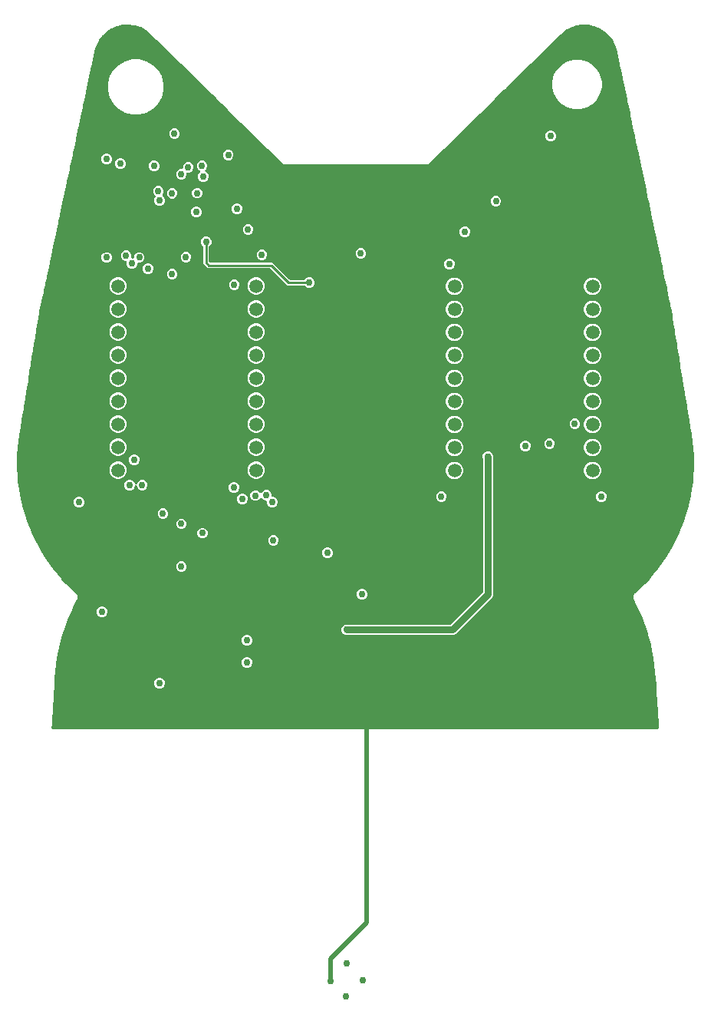
<source format=gbr>
G04 EAGLE Gerber X2 export*
%TF.Part,Single*%
%TF.FileFunction,Copper,L3,Inr,Mixed*%
%TF.FilePolarity,Positive*%
%TF.GenerationSoftware,Autodesk,EAGLE,9.0.1*%
%TF.CreationDate,2018-06-28T06:38:32Z*%
G75*
%MOMM*%
%FSLAX34Y34*%
%LPD*%
%AMOC8*
5,1,8,0,0,1.08239X$1,22.5*%
G01*
%ADD10C,1.508000*%
%ADD11C,0.756400*%
%ADD12C,0.762000*%
%ADD13C,0.508000*%
%ADD14C,0.254000*%

G36*
X712790Y487700D02*
X712790Y487700D01*
X712952Y487720D01*
X712953Y487720D01*
X712954Y487721D01*
X713088Y487774D01*
X713248Y487837D01*
X713249Y487837D01*
X713249Y487838D01*
X713367Y487923D01*
X713505Y488023D01*
X713506Y488024D01*
X713507Y488024D01*
X713604Y488142D01*
X713708Y488268D01*
X713709Y488269D01*
X713776Y488411D01*
X713844Y488555D01*
X713845Y488556D01*
X713845Y488557D01*
X713874Y488709D01*
X713905Y488868D01*
X713905Y488869D01*
X713905Y488870D01*
X713905Y488871D01*
X713905Y489029D01*
X713850Y489916D01*
X713510Y495389D01*
X712954Y504341D01*
X712548Y510874D01*
X712444Y512552D01*
X712389Y513445D01*
X711981Y520021D01*
X711981Y520022D01*
X711575Y526558D01*
X711557Y526842D01*
X711415Y529129D01*
X711415Y529130D01*
X710976Y536193D01*
X710524Y543483D01*
X710523Y543488D01*
X710523Y543501D01*
X709939Y551113D01*
X709937Y551126D01*
X709935Y551157D01*
X709093Y558673D01*
X709090Y558686D01*
X709087Y558718D01*
X707980Y566202D01*
X707976Y566215D01*
X707972Y566246D01*
X706601Y573682D01*
X706597Y573695D01*
X706592Y573726D01*
X704957Y581113D01*
X704952Y581126D01*
X704946Y581157D01*
X703049Y588478D01*
X703044Y588490D01*
X703037Y588521D01*
X700881Y595768D01*
X700875Y595781D01*
X700867Y595812D01*
X698453Y602980D01*
X698447Y602992D01*
X698438Y603023D01*
X695770Y610100D01*
X695764Y610112D01*
X695753Y610142D01*
X692836Y617119D01*
X692830Y617131D01*
X692818Y617160D01*
X689654Y624031D01*
X689647Y624043D01*
X689634Y624072D01*
X686581Y630127D01*
X686528Y630205D01*
X686484Y630288D01*
X686414Y630375D01*
X686403Y630390D01*
X686396Y630397D01*
X686382Y630414D01*
X686290Y630514D01*
X686065Y631131D01*
X686060Y631141D01*
X686006Y631267D01*
X685710Y631854D01*
X685700Y631991D01*
X685681Y632083D01*
X685672Y632178D01*
X685640Y632284D01*
X685636Y632302D01*
X685632Y632311D01*
X685626Y632332D01*
X685579Y632460D01*
X685607Y633117D01*
X685606Y633127D01*
X685605Y633265D01*
X685556Y633920D01*
X685599Y634050D01*
X685617Y634143D01*
X685644Y634233D01*
X685656Y634344D01*
X685660Y634362D01*
X685659Y634372D01*
X685661Y634394D01*
X685667Y634530D01*
X685944Y635126D01*
X685947Y635136D01*
X685999Y635264D01*
X686204Y635888D01*
X686294Y635992D01*
X686346Y636070D01*
X686406Y636143D01*
X686459Y636241D01*
X686469Y636257D01*
X686473Y636266D01*
X686483Y636285D01*
X686541Y636409D01*
X687025Y636853D01*
X687031Y636861D01*
X687128Y636960D01*
X687556Y637458D01*
X687679Y637519D01*
X687757Y637572D01*
X687840Y637617D01*
X687927Y637687D01*
X687942Y637697D01*
X687949Y637704D01*
X687966Y637718D01*
X692855Y642208D01*
X692865Y642219D01*
X692891Y642242D01*
X698155Y647464D01*
X698164Y647475D01*
X698189Y647499D01*
X703252Y652921D01*
X703260Y652933D01*
X703284Y652957D01*
X708133Y658566D01*
X708141Y658578D01*
X708164Y658604D01*
X712793Y664393D01*
X712801Y664406D01*
X712823Y664432D01*
X717229Y670398D01*
X717236Y670410D01*
X717257Y670437D01*
X721431Y676569D01*
X721438Y676582D01*
X721458Y676610D01*
X725392Y682896D01*
X725398Y682909D01*
X725417Y682938D01*
X729106Y689369D01*
X729111Y689382D01*
X729129Y689412D01*
X732566Y695980D01*
X732571Y695993D01*
X732588Y696024D01*
X735768Y702719D01*
X735773Y702733D01*
X735789Y702764D01*
X738707Y709578D01*
X738711Y709592D01*
X738725Y709624D01*
X741375Y716545D01*
X741379Y716559D01*
X741392Y716591D01*
X743770Y723608D01*
X743773Y723622D01*
X743785Y723655D01*
X745887Y730762D01*
X745889Y730776D01*
X745900Y730810D01*
X747721Y737991D01*
X747723Y738006D01*
X747733Y738040D01*
X749272Y745291D01*
X749273Y745305D01*
X749281Y745340D01*
X750533Y752644D01*
X750534Y752658D01*
X750541Y752693D01*
X751505Y760037D01*
X751505Y760052D01*
X751511Y760087D01*
X752186Y767467D01*
X752185Y767481D01*
X752189Y767516D01*
X752575Y774919D01*
X752574Y774933D01*
X752577Y774968D01*
X752672Y782379D01*
X752671Y782394D01*
X752672Y782429D01*
X752479Y789837D01*
X752477Y789851D01*
X752477Y789886D01*
X751998Y797283D01*
X751995Y797297D01*
X751994Y797332D01*
X751230Y804709D01*
X751227Y804723D01*
X751224Y804757D01*
X750171Y812156D01*
X750169Y812164D01*
X750168Y812181D01*
X749140Y818494D01*
X749140Y818495D01*
X748942Y819713D01*
X748726Y821037D01*
X748726Y821038D01*
X747482Y828687D01*
X746309Y835895D01*
X744992Y843985D01*
X744992Y843986D01*
X744162Y849089D01*
X744162Y849090D01*
X743973Y850249D01*
X743973Y850250D01*
X743748Y851632D01*
X743748Y851633D01*
X742543Y859035D01*
X741259Y866931D01*
X740014Y874581D01*
X738769Y882230D01*
X737937Y887339D01*
X737937Y887340D01*
X737715Y888705D01*
X737524Y889882D01*
X737523Y889883D01*
X736692Y894991D01*
X736692Y894992D01*
X736594Y895594D01*
X736278Y897534D01*
X736278Y897535D01*
X735252Y903843D01*
X734203Y910291D01*
X734202Y910292D01*
X734031Y911344D01*
X733789Y912833D01*
X733789Y912834D01*
X732695Y919555D01*
X731713Y925590D01*
X731713Y925591D01*
X731500Y926896D01*
X731299Y928131D01*
X731299Y928133D01*
X730239Y934648D01*
X729207Y940992D01*
X729165Y941135D01*
X729133Y941248D01*
X729006Y942221D01*
X729003Y942233D01*
X729000Y942261D01*
X728842Y943236D01*
X728846Y943261D01*
X728845Y943288D01*
X728850Y943334D01*
X728849Y943349D01*
X728850Y943356D01*
X728848Y943370D01*
X728846Y943392D01*
X728865Y943525D01*
X728862Y943546D01*
X728865Y943568D01*
X728851Y943728D01*
X728081Y948853D01*
X728076Y948871D01*
X728068Y948926D01*
X726866Y954638D01*
X726864Y954643D01*
X726863Y954651D01*
X726862Y954655D01*
X726861Y954658D01*
X726602Y955890D01*
X726602Y955891D01*
X726337Y957149D01*
X726336Y957159D01*
X726007Y958728D01*
X726006Y958728D01*
X726006Y958729D01*
X724390Y966408D01*
X724390Y966409D01*
X722730Y974298D01*
X721426Y980493D01*
X721383Y980698D01*
X720895Y983014D01*
X720895Y983015D01*
X719278Y990698D01*
X717816Y997643D01*
X716574Y1003547D01*
X716470Y1004038D01*
X716470Y1004039D01*
X716043Y1006067D01*
X716043Y1006068D01*
X714550Y1013164D01*
X712987Y1020592D01*
X711192Y1029118D01*
X711192Y1029119D01*
X709631Y1036537D01*
X707958Y1044486D01*
X707958Y1044487D01*
X706424Y1051774D01*
X705254Y1057333D01*
X705254Y1057334D01*
X705065Y1058230D01*
X705065Y1058231D01*
X704723Y1059854D01*
X704723Y1059855D01*
X703361Y1066328D01*
X701489Y1075223D01*
X699872Y1082907D01*
X699872Y1082908D01*
X698374Y1090025D01*
X696637Y1098277D01*
X695025Y1105938D01*
X693403Y1113642D01*
X691786Y1121326D01*
X690699Y1126489D01*
X690699Y1126490D01*
X690467Y1127595D01*
X690169Y1129010D01*
X690169Y1129011D01*
X688785Y1135584D01*
X687466Y1141854D01*
X687465Y1141855D01*
X687211Y1143064D01*
X686935Y1144375D01*
X686935Y1144376D01*
X685409Y1151625D01*
X684231Y1157225D01*
X684071Y1157983D01*
X683700Y1159746D01*
X682613Y1164912D01*
X682407Y1165891D01*
X682082Y1167432D01*
X682082Y1167433D01*
X680672Y1174135D01*
X679379Y1180276D01*
X679353Y1180400D01*
X678849Y1182797D01*
X678849Y1182798D01*
X677232Y1190480D01*
X675614Y1198167D01*
X674279Y1204509D01*
X672910Y1211014D01*
X672910Y1211015D01*
X672531Y1212813D01*
X672531Y1212814D01*
X672379Y1213535D01*
X672379Y1213536D01*
X671003Y1220074D01*
X669675Y1226383D01*
X669675Y1226384D01*
X669325Y1228050D01*
X669145Y1228904D01*
X669145Y1228905D01*
X667850Y1235058D01*
X667843Y1235078D01*
X667823Y1235163D01*
X665893Y1241572D01*
X665880Y1241602D01*
X665873Y1241634D01*
X665809Y1241781D01*
X662921Y1247462D01*
X662900Y1247492D01*
X662886Y1247525D01*
X662797Y1247659D01*
X658931Y1252708D01*
X658906Y1252733D01*
X658886Y1252763D01*
X658774Y1252878D01*
X654049Y1257147D01*
X654021Y1257166D01*
X653998Y1257190D01*
X653867Y1257283D01*
X648438Y1260651D01*
X648409Y1260664D01*
X648384Y1260683D01*
X648239Y1260752D01*
X642287Y1263124D01*
X642257Y1263132D01*
X642230Y1263145D01*
X642075Y1263188D01*
X635798Y1264490D01*
X635767Y1264493D01*
X635737Y1264501D01*
X635577Y1264516D01*
X629184Y1264701D01*
X629151Y1264697D01*
X629118Y1264701D01*
X628958Y1264687D01*
X622655Y1263735D01*
X622622Y1263725D01*
X622587Y1263722D01*
X622431Y1263679D01*
X616415Y1261606D01*
X616383Y1261590D01*
X616349Y1261581D01*
X616204Y1261511D01*
X610653Y1258376D01*
X610628Y1258357D01*
X610599Y1258343D01*
X610468Y1258248D01*
X605308Y1253977D01*
X605293Y1253961D01*
X605229Y1253906D01*
X600762Y1249526D01*
X599360Y1248151D01*
X598923Y1247723D01*
X598922Y1247722D01*
X593745Y1242646D01*
X589607Y1238589D01*
X589607Y1238588D01*
X587934Y1236948D01*
X587767Y1236785D01*
X584026Y1233117D01*
X583264Y1232369D01*
X583263Y1232369D01*
X582187Y1231314D01*
X582186Y1231313D01*
X577579Y1226795D01*
X572865Y1222174D01*
X572241Y1221561D01*
X571026Y1220371D01*
X571025Y1220370D01*
X565989Y1215432D01*
X561707Y1211234D01*
X561707Y1211233D01*
X561009Y1210549D01*
X559869Y1209431D01*
X559868Y1209430D01*
X555498Y1205146D01*
X550550Y1200294D01*
X549254Y1199024D01*
X548711Y1198491D01*
X548710Y1198490D01*
X544970Y1194823D01*
X544054Y1193926D01*
X543131Y1193020D01*
X543130Y1193019D01*
X538120Y1188107D01*
X533812Y1183883D01*
X533811Y1183882D01*
X532562Y1182658D01*
X532562Y1182657D01*
X531972Y1182079D01*
X526393Y1176609D01*
X526392Y1176608D01*
X522095Y1172396D01*
X522095Y1172395D01*
X517077Y1167474D01*
X517076Y1167474D01*
X516274Y1166688D01*
X515238Y1165671D01*
X515237Y1165671D01*
X510176Y1160708D01*
X505919Y1156535D01*
X505294Y1155922D01*
X504080Y1154732D01*
X504080Y1154731D01*
X499415Y1150158D01*
X494760Y1145594D01*
X489183Y1140125D01*
X488356Y1139314D01*
X487343Y1138321D01*
X482729Y1133798D01*
X478025Y1129185D01*
X478024Y1129185D01*
X476668Y1127854D01*
X476185Y1127381D01*
X472447Y1123716D01*
X470808Y1122109D01*
X470608Y1121913D01*
X470607Y1121912D01*
X465874Y1117272D01*
X460389Y1111894D01*
X460387Y1111891D01*
X460380Y1111885D01*
X459653Y1111157D01*
X458696Y1110772D01*
X458693Y1110770D01*
X458685Y1110767D01*
X457733Y1110373D01*
X456702Y1110383D01*
X456698Y1110383D01*
X456689Y1110383D01*
X302002Y1110383D01*
X301998Y1110383D01*
X301989Y1110383D01*
X300960Y1110373D01*
X300008Y1110767D01*
X300004Y1110769D01*
X299996Y1110772D01*
X299040Y1111157D01*
X298312Y1111886D01*
X298308Y1111888D01*
X298303Y1111895D01*
X293664Y1116442D01*
X293012Y1117082D01*
X291825Y1118246D01*
X291824Y1118246D01*
X287280Y1122702D01*
X282509Y1127380D01*
X282089Y1127792D01*
X280670Y1129183D01*
X280669Y1129184D01*
X275089Y1134655D01*
X275088Y1134656D01*
X271348Y1138323D01*
X269824Y1139817D01*
X269824Y1139818D01*
X269508Y1140127D01*
X263928Y1145599D01*
X263927Y1145599D01*
X260187Y1149266D01*
X259239Y1150196D01*
X258347Y1151070D01*
X254609Y1154735D01*
X254531Y1154811D01*
X252770Y1156538D01*
X252770Y1156539D01*
X248450Y1160774D01*
X243452Y1165674D01*
X242497Y1166611D01*
X242496Y1166611D01*
X241613Y1167477D01*
X241612Y1167478D01*
X237872Y1171145D01*
X237703Y1171311D01*
X237702Y1171312D01*
X236033Y1172948D01*
X236032Y1172949D01*
X230990Y1177893D01*
X226714Y1182086D01*
X226713Y1182086D01*
X225605Y1183173D01*
X224875Y1183889D01*
X224874Y1183890D01*
X221135Y1187556D01*
X221134Y1187556D01*
X214806Y1193761D01*
X209979Y1198494D01*
X208785Y1199664D01*
X208140Y1200297D01*
X208139Y1200298D01*
X204400Y1203964D01*
X198821Y1209434D01*
X197735Y1210499D01*
X196982Y1211237D01*
X192041Y1216082D01*
X187662Y1220375D01*
X187662Y1220376D01*
X186290Y1221720D01*
X186290Y1221721D01*
X185823Y1222178D01*
X185822Y1222179D01*
X181421Y1226494D01*
X176506Y1231314D01*
X176505Y1231314D01*
X175662Y1232141D01*
X174666Y1233117D01*
X174666Y1233118D01*
X170927Y1236784D01*
X170926Y1236784D01*
X170011Y1237682D01*
X169087Y1238587D01*
X169087Y1238588D01*
X163914Y1243659D01*
X163914Y1243660D01*
X159769Y1247724D01*
X159639Y1247852D01*
X159638Y1247852D01*
X157929Y1249527D01*
X157929Y1249528D01*
X153474Y1253896D01*
X153457Y1253909D01*
X153391Y1253971D01*
X147968Y1258421D01*
X147936Y1258441D01*
X147908Y1258467D01*
X147772Y1258553D01*
X141914Y1261762D01*
X141876Y1261777D01*
X141841Y1261799D01*
X141767Y1261828D01*
X141757Y1261834D01*
X141745Y1261837D01*
X141691Y1261858D01*
X135343Y1263892D01*
X135303Y1263899D01*
X135266Y1263914D01*
X135107Y1263943D01*
X128453Y1264744D01*
X128419Y1264744D01*
X128385Y1264750D01*
X128224Y1264751D01*
X122012Y1264374D01*
X121984Y1264369D01*
X121956Y1264370D01*
X121797Y1264343D01*
X115704Y1262905D01*
X115679Y1262895D01*
X115651Y1262891D01*
X115499Y1262838D01*
X109747Y1260390D01*
X109722Y1260376D01*
X109694Y1260367D01*
X109554Y1260288D01*
X104319Y1256901D01*
X104296Y1256881D01*
X104268Y1256866D01*
X104144Y1256764D01*
X102501Y1255233D01*
X102500Y1255233D01*
X101138Y1253964D01*
X99775Y1252695D01*
X99594Y1252526D01*
X99573Y1252501D01*
X99547Y1252480D01*
X99443Y1252358D01*
X95724Y1247389D01*
X95708Y1247360D01*
X95686Y1247335D01*
X95605Y1247196D01*
X92822Y1241632D01*
X92813Y1241604D01*
X92797Y1241579D01*
X92741Y1241428D01*
X90869Y1235162D01*
X90865Y1235141D01*
X90843Y1235062D01*
X89565Y1229028D01*
X89553Y1228968D01*
X89552Y1228968D01*
X89031Y1226507D01*
X87965Y1221473D01*
X87743Y1220427D01*
X87431Y1218953D01*
X87431Y1218952D01*
X85831Y1211398D01*
X85831Y1211397D01*
X84230Y1203843D01*
X84230Y1203842D01*
X83163Y1198806D01*
X81355Y1190267D01*
X79429Y1181177D01*
X78363Y1176143D01*
X78363Y1176142D01*
X78086Y1174837D01*
X78086Y1174836D01*
X77829Y1173623D01*
X77829Y1173622D01*
X76405Y1166900D01*
X74628Y1158514D01*
X73562Y1153478D01*
X73452Y1152959D01*
X73028Y1150958D01*
X73028Y1150957D01*
X71427Y1143402D01*
X70150Y1137374D01*
X68311Y1128692D01*
X67161Y1123259D01*
X66910Y1122077D01*
X66627Y1120739D01*
X66627Y1120738D01*
X65273Y1114348D01*
X63960Y1108149D01*
X63960Y1108148D01*
X63713Y1106982D01*
X63426Y1105629D01*
X63426Y1105628D01*
X62360Y1100594D01*
X62067Y1099212D01*
X61826Y1098074D01*
X61826Y1098073D01*
X60467Y1091662D01*
X59159Y1085484D01*
X58820Y1083884D01*
X58625Y1082964D01*
X57024Y1075408D01*
X57024Y1075407D01*
X55517Y1068293D01*
X54357Y1062818D01*
X54239Y1062257D01*
X53824Y1060298D01*
X53823Y1060298D01*
X52434Y1053739D01*
X51156Y1047706D01*
X51156Y1047705D01*
X50897Y1046481D01*
X50623Y1045186D01*
X50622Y1045185D01*
X49254Y1038728D01*
X47956Y1032597D01*
X47669Y1031245D01*
X47422Y1030078D01*
X47422Y1030077D01*
X46035Y1023530D01*
X44222Y1014968D01*
X44221Y1014967D01*
X43155Y1009931D01*
X42890Y1008681D01*
X42621Y1007411D01*
X42621Y1007410D01*
X41376Y1001536D01*
X39649Y993384D01*
X38354Y987268D01*
X38143Y986271D01*
X37820Y984748D01*
X37820Y984747D01*
X36753Y979712D01*
X36220Y977193D01*
X36220Y977192D01*
X36219Y977191D01*
X35119Y971998D01*
X35108Y971862D01*
X35092Y971725D01*
X35094Y971694D01*
X35093Y971681D01*
X35095Y971667D01*
X34868Y970804D01*
X34865Y970786D01*
X34853Y970743D01*
X34663Y969843D01*
X34659Y969835D01*
X34592Y969716D01*
X34582Y969687D01*
X34576Y969675D01*
X34571Y969655D01*
X34541Y969563D01*
X32904Y963347D01*
X32902Y963333D01*
X32893Y963301D01*
X31272Y956058D01*
X31271Y956043D01*
X31262Y956008D01*
X29924Y948652D01*
X29923Y948644D01*
X29920Y948628D01*
X29299Y944802D01*
X29296Y944743D01*
X29287Y944691D01*
X29291Y944624D01*
X29284Y944528D01*
X29288Y944498D01*
X29287Y944485D01*
X29290Y944471D01*
X29104Y943597D01*
X29103Y943580D01*
X29093Y943536D01*
X28986Y942874D01*
X28981Y942759D01*
X28969Y942644D01*
X28975Y942577D01*
X28974Y942556D01*
X28978Y942537D01*
X28983Y942484D01*
X28987Y942459D01*
X28801Y941717D01*
X28799Y941696D01*
X28780Y941613D01*
X27788Y935520D01*
X27788Y935519D01*
X27521Y933876D01*
X27375Y932978D01*
X27375Y932977D01*
X26546Y927887D01*
X25108Y919047D01*
X23993Y912193D01*
X22821Y904990D01*
X22601Y903642D01*
X22407Y902448D01*
X22407Y902447D01*
X21579Y897357D01*
X20337Y889725D01*
X20074Y888111D01*
X19923Y887183D01*
X19923Y887182D01*
X18975Y881359D01*
X17853Y874459D01*
X17641Y873158D01*
X17439Y871917D01*
X17439Y871916D01*
X16610Y866823D01*
X16492Y866100D01*
X16492Y866099D01*
X16196Y864280D01*
X16196Y864279D01*
X15368Y859187D01*
X14087Y851319D01*
X12883Y843920D01*
X12632Y842376D01*
X12470Y841377D01*
X11641Y836285D01*
X11322Y834321D01*
X11227Y833743D01*
X11227Y833742D01*
X10231Y827622D01*
X9157Y821020D01*
X7719Y812180D01*
X7718Y812172D01*
X7715Y812155D01*
X6663Y804760D01*
X6663Y804745D01*
X6657Y804712D01*
X5894Y797342D01*
X5894Y797327D01*
X5890Y797293D01*
X5410Y789901D01*
X5411Y789886D01*
X5408Y789852D01*
X5214Y782447D01*
X5216Y782432D01*
X5214Y782397D01*
X5309Y774989D01*
X5311Y774974D01*
X5311Y774939D01*
X5695Y767547D01*
X5697Y767533D01*
X5698Y767497D01*
X6371Y760123D01*
X6374Y760109D01*
X6377Y760074D01*
X7339Y752733D01*
X7343Y752719D01*
X7346Y752684D01*
X8596Y745386D01*
X8600Y745372D01*
X8605Y745337D01*
X10140Y738095D01*
X10144Y738081D01*
X10151Y738046D01*
X11969Y730867D01*
X11974Y730854D01*
X11982Y730819D01*
X14080Y723717D01*
X14086Y723704D01*
X14095Y723670D01*
X16468Y716657D01*
X16474Y716644D01*
X16485Y716610D01*
X19131Y709692D01*
X19137Y709679D01*
X19149Y709646D01*
X22063Y702834D01*
X22070Y702822D01*
X22083Y702789D01*
X25258Y696096D01*
X25266Y696084D01*
X25280Y696052D01*
X28712Y689485D01*
X28721Y689473D01*
X28736Y689442D01*
X32419Y683013D01*
X32428Y683002D01*
X32444Y682971D01*
X36372Y676688D01*
X36381Y676677D01*
X36399Y676647D01*
X40566Y670519D01*
X40575Y670508D01*
X40594Y670479D01*
X44991Y664517D01*
X45001Y664507D01*
X45021Y664479D01*
X49645Y658689D01*
X49655Y658679D01*
X49676Y658651D01*
X54519Y653042D01*
X54529Y653032D01*
X54551Y653006D01*
X59605Y647586D01*
X59616Y647577D01*
X59639Y647551D01*
X64894Y642331D01*
X64906Y642322D01*
X64930Y642297D01*
X69819Y637800D01*
X69896Y637746D01*
X69966Y637684D01*
X70064Y637627D01*
X70079Y637616D01*
X70087Y637613D01*
X70105Y637602D01*
X70231Y637538D01*
X70656Y637043D01*
X70662Y637037D01*
X70760Y636935D01*
X71240Y636494D01*
X71300Y636365D01*
X71349Y636286D01*
X71391Y636202D01*
X71459Y636111D01*
X71469Y636096D01*
X71475Y636089D01*
X71487Y636073D01*
X71580Y635966D01*
X71782Y635346D01*
X71786Y635338D01*
X71837Y635206D01*
X72112Y634615D01*
X72118Y634473D01*
X72134Y634380D01*
X72139Y634287D01*
X72168Y634177D01*
X72171Y634159D01*
X72175Y634151D01*
X72180Y634131D01*
X72224Y633996D01*
X72174Y633346D01*
X72174Y633337D01*
X72171Y633196D01*
X72199Y632545D01*
X72150Y632411D01*
X72129Y632320D01*
X72099Y632232D01*
X72083Y632119D01*
X72079Y632101D01*
X72079Y632092D01*
X72076Y632072D01*
X72065Y631931D01*
X71770Y631349D01*
X71767Y631341D01*
X71711Y631211D01*
X71486Y630599D01*
X71390Y630495D01*
X71336Y630419D01*
X71274Y630348D01*
X71216Y630250D01*
X71206Y630236D01*
X71203Y630227D01*
X71193Y630210D01*
X68118Y624147D01*
X68114Y624135D01*
X68099Y624107D01*
X64913Y617232D01*
X64909Y617219D01*
X64895Y617191D01*
X61954Y610206D01*
X61950Y610193D01*
X61937Y610164D01*
X59247Y603082D01*
X59244Y603069D01*
X59232Y603040D01*
X56793Y595864D01*
X56791Y595851D01*
X56780Y595821D01*
X54598Y588563D01*
X54596Y588549D01*
X54586Y588519D01*
X52664Y581192D01*
X52662Y581178D01*
X52654Y581148D01*
X50992Y573752D01*
X50991Y573739D01*
X50983Y573708D01*
X49585Y566260D01*
X49585Y566247D01*
X49578Y566216D01*
X48444Y558722D01*
X48444Y558708D01*
X48438Y558677D01*
X47569Y551150D01*
X47569Y551136D01*
X47565Y551106D01*
X46955Y543496D01*
X46956Y543489D01*
X46954Y543473D01*
X46489Y535993D01*
X46411Y534724D01*
X46411Y534723D01*
X46391Y534401D01*
X45904Y526558D01*
X45904Y526557D01*
X45859Y525839D01*
X45623Y522031D01*
X45417Y518715D01*
X45229Y515685D01*
X45090Y513444D01*
X44981Y511700D01*
X44930Y510873D01*
X44930Y510872D01*
X44519Y504262D01*
X44519Y504261D01*
X44443Y503030D01*
X44125Y497915D01*
X44045Y496629D01*
X43731Y491569D01*
X43652Y490300D01*
X43629Y489917D01*
X43574Y489029D01*
X43584Y488868D01*
X43593Y488713D01*
X43594Y488712D01*
X43594Y488711D01*
X43644Y488557D01*
X43691Y488411D01*
X43692Y488410D01*
X43692Y488409D01*
X43777Y488276D01*
X43862Y488142D01*
X43862Y488141D01*
X43863Y488141D01*
X43972Y488038D01*
X44093Y487924D01*
X44094Y487924D01*
X44095Y487923D01*
X44225Y487852D01*
X44372Y487770D01*
X44373Y487770D01*
X44521Y487732D01*
X44680Y487691D01*
X44681Y487691D01*
X44683Y487691D01*
X44840Y487681D01*
X712638Y487681D01*
X712790Y487700D01*
G37*
%LPC*%
G36*
X367651Y591339D02*
X367651Y591339D01*
X365514Y592224D01*
X363878Y593860D01*
X362993Y595997D01*
X362993Y598311D01*
X363878Y600448D01*
X365514Y602084D01*
X367651Y602969D01*
X369965Y602969D01*
X370277Y602839D01*
X370286Y602837D01*
X370294Y602832D01*
X370439Y602795D01*
X370584Y602755D01*
X370593Y602755D01*
X370602Y602753D01*
X370763Y602743D01*
X483315Y602743D01*
X483414Y602755D01*
X483513Y602758D01*
X483571Y602775D01*
X483631Y602783D01*
X483723Y602819D01*
X483818Y602847D01*
X483870Y602877D01*
X483927Y602900D01*
X484007Y602958D01*
X484092Y603008D01*
X484167Y603074D01*
X484184Y603086D01*
X484192Y603096D01*
X484213Y603114D01*
X519312Y638213D01*
X519372Y638291D01*
X519440Y638364D01*
X519469Y638417D01*
X519506Y638464D01*
X519546Y638555D01*
X519594Y638642D01*
X519609Y638701D01*
X519633Y638756D01*
X519648Y638854D01*
X519673Y638950D01*
X519679Y639050D01*
X519683Y639070D01*
X519681Y639083D01*
X519683Y639111D01*
X519683Y786207D01*
X519682Y786216D01*
X519683Y786226D01*
X519662Y786375D01*
X519643Y786523D01*
X519640Y786531D01*
X519639Y786541D01*
X519587Y786693D01*
X519457Y787005D01*
X519457Y789319D01*
X520342Y791456D01*
X521978Y793092D01*
X524115Y793977D01*
X526429Y793977D01*
X528566Y793092D01*
X530202Y791456D01*
X531087Y789319D01*
X531087Y787005D01*
X530957Y786693D01*
X530955Y786684D01*
X530950Y786676D01*
X530913Y786531D01*
X530873Y786386D01*
X530873Y786377D01*
X530871Y786368D01*
X530861Y786207D01*
X530861Y635158D01*
X530010Y633104D01*
X489322Y592416D01*
X487268Y591565D01*
X370763Y591565D01*
X370754Y591564D01*
X370744Y591565D01*
X370595Y591544D01*
X370447Y591525D01*
X370439Y591522D01*
X370429Y591521D01*
X370277Y591469D01*
X369965Y591339D01*
X367651Y591339D01*
G37*
%LPD*%
%LPC*%
G36*
X132385Y1165351D02*
X132385Y1165351D01*
X124633Y1167428D01*
X117682Y1171441D01*
X112007Y1177116D01*
X107994Y1184067D01*
X105917Y1191819D01*
X105917Y1199845D01*
X107994Y1207597D01*
X112007Y1214548D01*
X117682Y1220223D01*
X124633Y1224236D01*
X132385Y1226313D01*
X140411Y1226313D01*
X148163Y1224236D01*
X155114Y1220223D01*
X160789Y1214548D01*
X164802Y1207597D01*
X166879Y1199845D01*
X166879Y1191819D01*
X164802Y1184067D01*
X160789Y1177116D01*
X155114Y1171441D01*
X148163Y1167428D01*
X140411Y1165351D01*
X132385Y1165351D01*
G37*
%LPD*%
%LPC*%
G36*
X619975Y1171574D02*
X619975Y1171574D01*
X613030Y1173435D01*
X606804Y1177030D01*
X601720Y1182114D01*
X598125Y1188340D01*
X596264Y1195285D01*
X596264Y1202475D01*
X598125Y1209420D01*
X601720Y1215646D01*
X606804Y1220730D01*
X613030Y1224325D01*
X619975Y1226186D01*
X627165Y1226186D01*
X634110Y1224325D01*
X640336Y1220730D01*
X645420Y1215646D01*
X649015Y1209420D01*
X650876Y1202475D01*
X650876Y1195285D01*
X649015Y1188340D01*
X645420Y1182114D01*
X640336Y1177030D01*
X634110Y1173435D01*
X627165Y1171574D01*
X619975Y1171574D01*
G37*
%LPD*%
%LPC*%
G36*
X326843Y974185D02*
X326843Y974185D01*
X324706Y975070D01*
X323197Y976580D01*
X323119Y976640D01*
X323047Y976708D01*
X322994Y976737D01*
X322946Y976774D01*
X322855Y976814D01*
X322768Y976862D01*
X322710Y976877D01*
X322654Y976901D01*
X322556Y976916D01*
X322460Y976941D01*
X322360Y976947D01*
X322340Y976951D01*
X322328Y976949D01*
X322300Y976951D01*
X303737Y976951D01*
X285109Y995580D01*
X285031Y995640D01*
X284959Y995708D01*
X284906Y995737D01*
X284858Y995774D01*
X284767Y995814D01*
X284680Y995862D01*
X284621Y995877D01*
X284566Y995901D01*
X284468Y995916D01*
X284372Y995941D01*
X284272Y995947D01*
X284252Y995951D01*
X284239Y995949D01*
X284211Y995951D01*
X215737Y995951D01*
X210951Y1000737D01*
X210951Y1019300D01*
X210939Y1019398D01*
X210936Y1019497D01*
X210919Y1019555D01*
X210911Y1019615D01*
X210875Y1019707D01*
X210847Y1019802D01*
X210817Y1019855D01*
X210794Y1019911D01*
X210736Y1019991D01*
X210686Y1020076D01*
X210620Y1020152D01*
X210608Y1020168D01*
X210598Y1020176D01*
X210580Y1020197D01*
X209070Y1021706D01*
X208185Y1023843D01*
X208185Y1026157D01*
X209070Y1028294D01*
X210706Y1029930D01*
X212843Y1030815D01*
X215157Y1030815D01*
X217294Y1029930D01*
X218930Y1028294D01*
X219815Y1026157D01*
X219815Y1023843D01*
X218930Y1021706D01*
X217420Y1020197D01*
X217360Y1020119D01*
X217292Y1020047D01*
X217263Y1019994D01*
X217226Y1019946D01*
X217186Y1019855D01*
X217138Y1019768D01*
X217123Y1019710D01*
X217099Y1019654D01*
X217084Y1019556D01*
X217059Y1019460D01*
X217053Y1019360D01*
X217049Y1019340D01*
X217051Y1019328D01*
X217049Y1019300D01*
X217049Y1003789D01*
X217061Y1003690D01*
X217064Y1003591D01*
X217081Y1003533D01*
X217089Y1003473D01*
X217125Y1003381D01*
X217153Y1003286D01*
X217183Y1003234D01*
X217206Y1003177D01*
X217264Y1003097D01*
X217314Y1003012D01*
X217380Y1002937D01*
X217392Y1002920D01*
X217402Y1002912D01*
X217420Y1002891D01*
X217891Y1002420D01*
X217969Y1002360D01*
X218041Y1002292D01*
X218094Y1002263D01*
X218142Y1002226D01*
X218233Y1002186D01*
X218320Y1002138D01*
X218379Y1002123D01*
X218434Y1002099D01*
X218532Y1002084D01*
X218628Y1002059D01*
X218728Y1002053D01*
X218748Y1002049D01*
X218761Y1002051D01*
X218789Y1002049D01*
X287263Y1002049D01*
X305891Y983420D01*
X305969Y983360D01*
X306041Y983292D01*
X306094Y983263D01*
X306142Y983226D01*
X306233Y983186D01*
X306320Y983138D01*
X306379Y983123D01*
X306434Y983099D01*
X306532Y983084D01*
X306628Y983059D01*
X306728Y983053D01*
X306748Y983049D01*
X306761Y983051D01*
X306789Y983049D01*
X322300Y983049D01*
X322398Y983061D01*
X322497Y983064D01*
X322555Y983081D01*
X322615Y983089D01*
X322707Y983125D01*
X322802Y983153D01*
X322855Y983183D01*
X322911Y983206D01*
X322991Y983264D01*
X323076Y983314D01*
X323152Y983380D01*
X323168Y983392D01*
X323176Y983402D01*
X323197Y983420D01*
X324706Y984930D01*
X326843Y985815D01*
X329157Y985815D01*
X331294Y984930D01*
X332930Y983294D01*
X333815Y981157D01*
X333815Y978843D01*
X332930Y976706D01*
X331294Y975070D01*
X329157Y974185D01*
X326843Y974185D01*
G37*
%LPD*%
%LPC*%
G36*
X130923Y995199D02*
X130923Y995199D01*
X128786Y996084D01*
X127150Y997720D01*
X126265Y999857D01*
X126265Y1002171D01*
X126333Y1002334D01*
X126346Y1002382D01*
X126367Y1002427D01*
X126388Y1002535D01*
X126417Y1002641D01*
X126418Y1002691D01*
X126427Y1002740D01*
X126420Y1002849D01*
X126422Y1002959D01*
X126410Y1003007D01*
X126407Y1003057D01*
X126374Y1003161D01*
X126348Y1003268D01*
X126325Y1003312D01*
X126309Y1003359D01*
X126251Y1003452D01*
X126199Y1003549D01*
X126166Y1003586D01*
X126139Y1003628D01*
X126059Y1003703D01*
X125985Y1003785D01*
X125944Y1003812D01*
X125908Y1003846D01*
X125811Y1003899D01*
X125720Y1003959D01*
X125673Y1003976D01*
X125629Y1004000D01*
X125523Y1004027D01*
X125419Y1004063D01*
X125369Y1004067D01*
X125321Y1004079D01*
X125160Y1004089D01*
X124573Y1004089D01*
X122436Y1004974D01*
X120800Y1006610D01*
X119915Y1008747D01*
X119915Y1011061D01*
X120800Y1013198D01*
X122436Y1014834D01*
X124573Y1015719D01*
X126887Y1015719D01*
X129024Y1014834D01*
X130660Y1013198D01*
X131545Y1011061D01*
X131545Y1008747D01*
X131477Y1008584D01*
X131464Y1008536D01*
X131443Y1008491D01*
X131422Y1008383D01*
X131393Y1008277D01*
X131392Y1008227D01*
X131383Y1008178D01*
X131390Y1008069D01*
X131388Y1007959D01*
X131400Y1007911D01*
X131403Y1007861D01*
X131436Y1007757D01*
X131462Y1007650D01*
X131485Y1007606D01*
X131501Y1007559D01*
X131559Y1007466D01*
X131611Y1007369D01*
X131644Y1007332D01*
X131671Y1007290D01*
X131751Y1007215D01*
X131825Y1007133D01*
X131866Y1007106D01*
X131902Y1007072D01*
X131999Y1007019D01*
X132090Y1006959D01*
X132137Y1006942D01*
X132181Y1006918D01*
X132287Y1006891D01*
X132391Y1006855D01*
X132441Y1006851D01*
X132489Y1006839D01*
X132650Y1006829D01*
X133124Y1006829D01*
X133242Y1006844D01*
X133361Y1006851D01*
X133399Y1006864D01*
X133440Y1006869D01*
X133550Y1006912D01*
X133663Y1006949D01*
X133698Y1006971D01*
X133735Y1006986D01*
X133831Y1007055D01*
X133932Y1007119D01*
X133960Y1007149D01*
X133993Y1007172D01*
X134069Y1007264D01*
X134150Y1007351D01*
X134170Y1007386D01*
X134195Y1007417D01*
X134246Y1007525D01*
X134304Y1007629D01*
X134314Y1007669D01*
X134331Y1007705D01*
X134353Y1007822D01*
X134383Y1007937D01*
X134387Y1007997D01*
X134391Y1008017D01*
X134389Y1008038D01*
X134393Y1008098D01*
X134393Y1009029D01*
X135278Y1011166D01*
X136914Y1012802D01*
X139051Y1013687D01*
X141365Y1013687D01*
X143502Y1012802D01*
X145138Y1011166D01*
X146023Y1009029D01*
X146023Y1006715D01*
X145138Y1004578D01*
X143502Y1002942D01*
X141365Y1002057D01*
X139164Y1002057D01*
X139046Y1002042D01*
X138927Y1002035D01*
X138889Y1002022D01*
X138848Y1002017D01*
X138738Y1001974D01*
X138625Y1001937D01*
X138590Y1001915D01*
X138553Y1001900D01*
X138457Y1001831D01*
X138356Y1001767D01*
X138328Y1001737D01*
X138295Y1001714D01*
X138219Y1001622D01*
X138138Y1001535D01*
X138118Y1001500D01*
X138093Y1001469D01*
X138042Y1001361D01*
X137984Y1001257D01*
X137974Y1001217D01*
X137957Y1001181D01*
X137935Y1001064D01*
X137905Y1000949D01*
X137901Y1000889D01*
X137897Y1000869D01*
X137899Y1000848D01*
X137895Y1000788D01*
X137895Y999857D01*
X137010Y997720D01*
X135374Y996084D01*
X133237Y995199D01*
X130923Y995199D01*
G37*
%LPD*%
%LPC*%
G36*
X285664Y732255D02*
X285664Y732255D01*
X283527Y733140D01*
X281891Y734776D01*
X281006Y736913D01*
X281006Y738406D01*
X280991Y738524D01*
X280983Y738643D01*
X280971Y738681D01*
X280966Y738722D01*
X280922Y738832D01*
X280885Y738945D01*
X280864Y738980D01*
X280849Y739017D01*
X280779Y739113D01*
X280715Y739214D01*
X280686Y739242D01*
X280662Y739275D01*
X280570Y739351D01*
X280484Y739432D01*
X280448Y739452D01*
X280417Y739477D01*
X280309Y739528D01*
X280205Y739586D01*
X280166Y739596D01*
X280129Y739613D01*
X280012Y739635D01*
X279897Y739665D01*
X279837Y739669D01*
X279817Y739673D01*
X279797Y739671D01*
X279736Y739675D01*
X279513Y739675D01*
X277376Y740560D01*
X275688Y742249D01*
X275649Y742279D01*
X275615Y742316D01*
X275524Y742376D01*
X275437Y742444D01*
X275391Y742463D01*
X275350Y742491D01*
X275246Y742526D01*
X275145Y742570D01*
X275096Y742578D01*
X275049Y742594D01*
X274940Y742603D01*
X274831Y742620D01*
X274781Y742615D01*
X274732Y742619D01*
X274624Y742600D01*
X274514Y742590D01*
X274467Y742573D01*
X274418Y742565D01*
X274318Y742520D01*
X274215Y742482D01*
X274174Y742454D01*
X274128Y742434D01*
X274043Y742366D01*
X273952Y742304D01*
X273919Y742267D01*
X273880Y742236D01*
X273814Y742148D01*
X273741Y742065D01*
X273719Y742021D01*
X273689Y741981D01*
X273677Y741958D01*
X272026Y740306D01*
X269889Y739421D01*
X267575Y739421D01*
X265438Y740306D01*
X263802Y741942D01*
X262917Y744079D01*
X262917Y746393D01*
X263802Y748530D01*
X265438Y750166D01*
X267575Y751051D01*
X269889Y751051D01*
X272026Y750166D01*
X273714Y748477D01*
X273753Y748447D01*
X273787Y748410D01*
X273878Y748350D01*
X273965Y748282D01*
X274011Y748263D01*
X274052Y748235D01*
X274156Y748200D01*
X274257Y748156D01*
X274306Y748148D01*
X274353Y748132D01*
X274462Y748123D01*
X274571Y748106D01*
X274621Y748111D01*
X274670Y748107D01*
X274778Y748126D01*
X274888Y748136D01*
X274935Y748153D01*
X274984Y748161D01*
X275084Y748206D01*
X275187Y748244D01*
X275228Y748272D01*
X275274Y748292D01*
X275359Y748360D01*
X275450Y748422D01*
X275483Y748459D01*
X275522Y748490D01*
X275588Y748578D01*
X275661Y748661D01*
X275683Y748705D01*
X275713Y748745D01*
X275725Y748768D01*
X277376Y750420D01*
X279513Y751305D01*
X281827Y751305D01*
X283964Y750420D01*
X285600Y748784D01*
X286485Y746647D01*
X286485Y745154D01*
X286500Y745035D01*
X286507Y744917D01*
X286520Y744878D01*
X286525Y744838D01*
X286568Y744727D01*
X286605Y744614D01*
X286627Y744580D01*
X286642Y744542D01*
X286711Y744446D01*
X286775Y744345D01*
X286805Y744318D01*
X286828Y744285D01*
X286920Y744209D01*
X287007Y744128D01*
X287042Y744108D01*
X287073Y744082D01*
X287181Y744031D01*
X287285Y743974D01*
X287325Y743964D01*
X287361Y743947D01*
X287478Y743924D01*
X287593Y743895D01*
X287653Y743891D01*
X287673Y743887D01*
X287694Y743888D01*
X287754Y743884D01*
X287977Y743884D01*
X290114Y742999D01*
X291750Y741363D01*
X292635Y739226D01*
X292635Y736913D01*
X291750Y734776D01*
X290114Y733140D01*
X287977Y732255D01*
X285664Y732255D01*
G37*
%LPD*%
%LPC*%
G36*
X638844Y890217D02*
X638844Y890217D01*
X635326Y891675D01*
X632633Y894368D01*
X631175Y897886D01*
X631175Y901694D01*
X632633Y905212D01*
X635326Y907905D01*
X638844Y909363D01*
X642652Y909363D01*
X646170Y907905D01*
X648863Y905212D01*
X650321Y901694D01*
X650321Y897886D01*
X648863Y894368D01*
X646170Y891675D01*
X642652Y890217D01*
X638844Y890217D01*
G37*
%LPD*%
%LPC*%
G36*
X486444Y890217D02*
X486444Y890217D01*
X482926Y891675D01*
X480233Y894368D01*
X478775Y897886D01*
X478775Y901694D01*
X480233Y905212D01*
X482926Y907905D01*
X486444Y909363D01*
X490252Y909363D01*
X493770Y907905D01*
X496463Y905212D01*
X497921Y901694D01*
X497921Y897886D01*
X496463Y894368D01*
X493770Y891675D01*
X490252Y890217D01*
X486444Y890217D01*
G37*
%LPD*%
%LPC*%
G36*
X267328Y865227D02*
X267328Y865227D01*
X263810Y866685D01*
X261117Y869378D01*
X259659Y872896D01*
X259659Y876704D01*
X261117Y880222D01*
X263810Y882915D01*
X267328Y884373D01*
X271136Y884373D01*
X274654Y882915D01*
X277347Y880222D01*
X278805Y876704D01*
X278805Y872896D01*
X277347Y869378D01*
X274654Y866685D01*
X271136Y865227D01*
X267328Y865227D01*
G37*
%LPD*%
%LPC*%
G36*
X114928Y865227D02*
X114928Y865227D01*
X111410Y866685D01*
X108717Y869378D01*
X107259Y872896D01*
X107259Y876704D01*
X108717Y880222D01*
X111410Y882915D01*
X114928Y884373D01*
X118736Y884373D01*
X122254Y882915D01*
X124947Y880222D01*
X126405Y876704D01*
X126405Y872896D01*
X124947Y869378D01*
X122254Y866685D01*
X118736Y865227D01*
X114928Y865227D01*
G37*
%LPD*%
%LPC*%
G36*
X638844Y864817D02*
X638844Y864817D01*
X635326Y866275D01*
X632633Y868968D01*
X631175Y872486D01*
X631175Y876294D01*
X632633Y879812D01*
X635326Y882505D01*
X638844Y883963D01*
X642652Y883963D01*
X646170Y882505D01*
X648863Y879812D01*
X650321Y876294D01*
X650321Y872486D01*
X648863Y868968D01*
X646170Y866275D01*
X642652Y864817D01*
X638844Y864817D01*
G37*
%LPD*%
%LPC*%
G36*
X486444Y864817D02*
X486444Y864817D01*
X482926Y866275D01*
X480233Y868968D01*
X478775Y872486D01*
X478775Y876294D01*
X480233Y879812D01*
X482926Y882505D01*
X486444Y883963D01*
X490252Y883963D01*
X493770Y882505D01*
X496463Y879812D01*
X497921Y876294D01*
X497921Y872486D01*
X496463Y868968D01*
X493770Y866275D01*
X490252Y864817D01*
X486444Y864817D01*
G37*
%LPD*%
%LPC*%
G36*
X267328Y839827D02*
X267328Y839827D01*
X263810Y841285D01*
X261117Y843978D01*
X259659Y847496D01*
X259659Y851304D01*
X261117Y854822D01*
X263810Y857515D01*
X267328Y858973D01*
X271136Y858973D01*
X274654Y857515D01*
X277347Y854822D01*
X278805Y851304D01*
X278805Y847496D01*
X277347Y843978D01*
X274654Y841285D01*
X271136Y839827D01*
X267328Y839827D01*
G37*
%LPD*%
%LPC*%
G36*
X114928Y839827D02*
X114928Y839827D01*
X111410Y841285D01*
X108717Y843978D01*
X107259Y847496D01*
X107259Y851304D01*
X108717Y854822D01*
X111410Y857515D01*
X114928Y858973D01*
X118736Y858973D01*
X122254Y857515D01*
X124947Y854822D01*
X126405Y851304D01*
X126405Y847496D01*
X124947Y843978D01*
X122254Y841285D01*
X118736Y839827D01*
X114928Y839827D01*
G37*
%LPD*%
%LPC*%
G36*
X638844Y839417D02*
X638844Y839417D01*
X635326Y840875D01*
X632633Y843568D01*
X631175Y847086D01*
X631175Y850894D01*
X632633Y854412D01*
X635326Y857105D01*
X638844Y858563D01*
X642652Y858563D01*
X646170Y857105D01*
X648863Y854412D01*
X650321Y850894D01*
X650321Y847086D01*
X648863Y843568D01*
X646170Y840875D01*
X642652Y839417D01*
X638844Y839417D01*
G37*
%LPD*%
%LPC*%
G36*
X486444Y839417D02*
X486444Y839417D01*
X482926Y840875D01*
X480233Y843568D01*
X478775Y847086D01*
X478775Y850894D01*
X480233Y854412D01*
X482926Y857105D01*
X486444Y858563D01*
X490252Y858563D01*
X493770Y857105D01*
X496463Y854412D01*
X497921Y850894D01*
X497921Y847086D01*
X496463Y843568D01*
X493770Y840875D01*
X490252Y839417D01*
X486444Y839417D01*
G37*
%LPD*%
%LPC*%
G36*
X267328Y814427D02*
X267328Y814427D01*
X263810Y815885D01*
X261117Y818578D01*
X259659Y822096D01*
X259659Y825904D01*
X261117Y829422D01*
X263810Y832115D01*
X267328Y833573D01*
X271136Y833573D01*
X274654Y832115D01*
X277347Y829422D01*
X278805Y825904D01*
X278805Y822096D01*
X277347Y818578D01*
X274654Y815885D01*
X271136Y814427D01*
X267328Y814427D01*
G37*
%LPD*%
%LPC*%
G36*
X114928Y814427D02*
X114928Y814427D01*
X111410Y815885D01*
X108717Y818578D01*
X107259Y822096D01*
X107259Y825904D01*
X108717Y829422D01*
X111410Y832115D01*
X114928Y833573D01*
X118736Y833573D01*
X122254Y832115D01*
X124947Y829422D01*
X126405Y825904D01*
X126405Y822096D01*
X124947Y818578D01*
X122254Y815885D01*
X118736Y814427D01*
X114928Y814427D01*
G37*
%LPD*%
%LPC*%
G36*
X638844Y814017D02*
X638844Y814017D01*
X635326Y815475D01*
X632633Y818168D01*
X631175Y821686D01*
X631175Y825494D01*
X632633Y829012D01*
X635326Y831705D01*
X638844Y833163D01*
X642652Y833163D01*
X646170Y831705D01*
X648863Y829012D01*
X650321Y825494D01*
X650321Y821686D01*
X648863Y818168D01*
X646170Y815475D01*
X642652Y814017D01*
X638844Y814017D01*
G37*
%LPD*%
%LPC*%
G36*
X486444Y814017D02*
X486444Y814017D01*
X482926Y815475D01*
X480233Y818168D01*
X478775Y821686D01*
X478775Y825494D01*
X480233Y829012D01*
X482926Y831705D01*
X486444Y833163D01*
X490252Y833163D01*
X493770Y831705D01*
X496463Y829012D01*
X497921Y825494D01*
X497921Y821686D01*
X496463Y818168D01*
X493770Y815475D01*
X490252Y814017D01*
X486444Y814017D01*
G37*
%LPD*%
%LPC*%
G36*
X267328Y789027D02*
X267328Y789027D01*
X263810Y790485D01*
X261117Y793178D01*
X259659Y796696D01*
X259659Y800504D01*
X261117Y804022D01*
X263810Y806715D01*
X267328Y808173D01*
X271136Y808173D01*
X274654Y806715D01*
X277347Y804022D01*
X278805Y800504D01*
X278805Y796696D01*
X277347Y793178D01*
X274654Y790485D01*
X271136Y789027D01*
X267328Y789027D01*
G37*
%LPD*%
%LPC*%
G36*
X114928Y789027D02*
X114928Y789027D01*
X111410Y790485D01*
X108717Y793178D01*
X107259Y796696D01*
X107259Y800504D01*
X108717Y804022D01*
X111410Y806715D01*
X114928Y808173D01*
X118736Y808173D01*
X122254Y806715D01*
X124947Y804022D01*
X126405Y800504D01*
X126405Y796696D01*
X124947Y793178D01*
X122254Y790485D01*
X118736Y789027D01*
X114928Y789027D01*
G37*
%LPD*%
%LPC*%
G36*
X638844Y788617D02*
X638844Y788617D01*
X635326Y790075D01*
X632633Y792768D01*
X631175Y796286D01*
X631175Y800094D01*
X632633Y803612D01*
X635326Y806305D01*
X638844Y807763D01*
X642652Y807763D01*
X646170Y806305D01*
X648863Y803612D01*
X650321Y800094D01*
X650321Y796286D01*
X648863Y792768D01*
X646170Y790075D01*
X642652Y788617D01*
X638844Y788617D01*
G37*
%LPD*%
%LPC*%
G36*
X486444Y788617D02*
X486444Y788617D01*
X482926Y790075D01*
X480233Y792768D01*
X478775Y796286D01*
X478775Y800094D01*
X480233Y803612D01*
X482926Y806305D01*
X486444Y807763D01*
X490252Y807763D01*
X493770Y806305D01*
X496463Y803612D01*
X497921Y800094D01*
X497921Y796286D01*
X496463Y792768D01*
X493770Y790075D01*
X490252Y788617D01*
X486444Y788617D01*
G37*
%LPD*%
%LPC*%
G36*
X267328Y763627D02*
X267328Y763627D01*
X263810Y765085D01*
X261117Y767778D01*
X259659Y771296D01*
X259659Y775104D01*
X261117Y778622D01*
X263810Y781315D01*
X267328Y782773D01*
X271136Y782773D01*
X274654Y781315D01*
X277347Y778622D01*
X278805Y775104D01*
X278805Y771296D01*
X277347Y767778D01*
X274654Y765085D01*
X271136Y763627D01*
X267328Y763627D01*
G37*
%LPD*%
%LPC*%
G36*
X114928Y763627D02*
X114928Y763627D01*
X111410Y765085D01*
X108717Y767778D01*
X107259Y771296D01*
X107259Y775104D01*
X108717Y778622D01*
X111410Y781315D01*
X114928Y782773D01*
X118736Y782773D01*
X122254Y781315D01*
X124947Y778622D01*
X126405Y775104D01*
X126405Y771296D01*
X124947Y767778D01*
X122254Y765085D01*
X118736Y763627D01*
X114928Y763627D01*
G37*
%LPD*%
%LPC*%
G36*
X638844Y763217D02*
X638844Y763217D01*
X635326Y764675D01*
X632633Y767368D01*
X631175Y770886D01*
X631175Y774694D01*
X632633Y778212D01*
X635326Y780905D01*
X638844Y782363D01*
X642652Y782363D01*
X646170Y780905D01*
X648863Y778212D01*
X650321Y774694D01*
X650321Y770886D01*
X648863Y767368D01*
X646170Y764675D01*
X642652Y763217D01*
X638844Y763217D01*
G37*
%LPD*%
%LPC*%
G36*
X486444Y763217D02*
X486444Y763217D01*
X482926Y764675D01*
X480233Y767368D01*
X478775Y770886D01*
X478775Y774694D01*
X480233Y778212D01*
X482926Y780905D01*
X486444Y782363D01*
X490252Y782363D01*
X493770Y780905D01*
X496463Y778212D01*
X497921Y774694D01*
X497921Y770886D01*
X496463Y767368D01*
X493770Y764675D01*
X490252Y763217D01*
X486444Y763217D01*
G37*
%LPD*%
%LPC*%
G36*
X267328Y966827D02*
X267328Y966827D01*
X263810Y968285D01*
X261117Y970978D01*
X259659Y974496D01*
X259659Y978304D01*
X261117Y981822D01*
X263810Y984515D01*
X267328Y985973D01*
X271136Y985973D01*
X274654Y984515D01*
X277347Y981822D01*
X278805Y978304D01*
X278805Y974496D01*
X277347Y970978D01*
X274654Y968285D01*
X271136Y966827D01*
X267328Y966827D01*
G37*
%LPD*%
%LPC*%
G36*
X114928Y966827D02*
X114928Y966827D01*
X111410Y968285D01*
X108717Y970978D01*
X107259Y974496D01*
X107259Y978304D01*
X108717Y981822D01*
X111410Y984515D01*
X114928Y985973D01*
X118736Y985973D01*
X122254Y984515D01*
X124947Y981822D01*
X126405Y978304D01*
X126405Y974496D01*
X124947Y970978D01*
X122254Y968285D01*
X118736Y966827D01*
X114928Y966827D01*
G37*
%LPD*%
%LPC*%
G36*
X638844Y966417D02*
X638844Y966417D01*
X635326Y967875D01*
X632633Y970568D01*
X631175Y974086D01*
X631175Y977894D01*
X632633Y981412D01*
X635326Y984105D01*
X638844Y985563D01*
X642652Y985563D01*
X646170Y984105D01*
X648863Y981412D01*
X650321Y977894D01*
X650321Y974086D01*
X648863Y970568D01*
X646170Y967875D01*
X642652Y966417D01*
X638844Y966417D01*
G37*
%LPD*%
%LPC*%
G36*
X486444Y966417D02*
X486444Y966417D01*
X482926Y967875D01*
X480233Y970568D01*
X478775Y974086D01*
X478775Y977894D01*
X480233Y981412D01*
X482926Y984105D01*
X486444Y985563D01*
X490252Y985563D01*
X493770Y984105D01*
X496463Y981412D01*
X497921Y977894D01*
X497921Y974086D01*
X496463Y970568D01*
X493770Y967875D01*
X490252Y966417D01*
X486444Y966417D01*
G37*
%LPD*%
%LPC*%
G36*
X267328Y941427D02*
X267328Y941427D01*
X263810Y942885D01*
X261117Y945578D01*
X259659Y949096D01*
X259659Y952904D01*
X261117Y956422D01*
X263810Y959115D01*
X267328Y960573D01*
X271136Y960573D01*
X274654Y959115D01*
X277347Y956422D01*
X278805Y952904D01*
X278805Y949096D01*
X277347Y945578D01*
X274654Y942885D01*
X271136Y941427D01*
X267328Y941427D01*
G37*
%LPD*%
%LPC*%
G36*
X114928Y941427D02*
X114928Y941427D01*
X111410Y942885D01*
X108717Y945578D01*
X107259Y949096D01*
X107259Y952904D01*
X108717Y956422D01*
X111410Y959115D01*
X114928Y960573D01*
X118736Y960573D01*
X122254Y959115D01*
X124947Y956422D01*
X126405Y952904D01*
X126405Y949096D01*
X124947Y945578D01*
X122254Y942885D01*
X118736Y941427D01*
X114928Y941427D01*
G37*
%LPD*%
%LPC*%
G36*
X638844Y941017D02*
X638844Y941017D01*
X635326Y942475D01*
X632633Y945168D01*
X631175Y948686D01*
X631175Y952494D01*
X632633Y956012D01*
X635326Y958705D01*
X638844Y960163D01*
X642652Y960163D01*
X646170Y958705D01*
X648863Y956012D01*
X650321Y952494D01*
X650321Y948686D01*
X648863Y945168D01*
X646170Y942475D01*
X642652Y941017D01*
X638844Y941017D01*
G37*
%LPD*%
%LPC*%
G36*
X486444Y941017D02*
X486444Y941017D01*
X482926Y942475D01*
X480233Y945168D01*
X478775Y948686D01*
X478775Y952494D01*
X480233Y956012D01*
X482926Y958705D01*
X486444Y960163D01*
X490252Y960163D01*
X493770Y958705D01*
X496463Y956012D01*
X497921Y952494D01*
X497921Y948686D01*
X496463Y945168D01*
X493770Y942475D01*
X490252Y941017D01*
X486444Y941017D01*
G37*
%LPD*%
%LPC*%
G36*
X267328Y916027D02*
X267328Y916027D01*
X263810Y917485D01*
X261117Y920178D01*
X259659Y923696D01*
X259659Y927504D01*
X261117Y931022D01*
X263810Y933715D01*
X267328Y935173D01*
X271136Y935173D01*
X274654Y933715D01*
X277347Y931022D01*
X278805Y927504D01*
X278805Y923696D01*
X277347Y920178D01*
X274654Y917485D01*
X271136Y916027D01*
X267328Y916027D01*
G37*
%LPD*%
%LPC*%
G36*
X114928Y916027D02*
X114928Y916027D01*
X111410Y917485D01*
X108717Y920178D01*
X107259Y923696D01*
X107259Y927504D01*
X108717Y931022D01*
X111410Y933715D01*
X114928Y935173D01*
X118736Y935173D01*
X122254Y933715D01*
X124947Y931022D01*
X126405Y927504D01*
X126405Y923696D01*
X124947Y920178D01*
X122254Y917485D01*
X118736Y916027D01*
X114928Y916027D01*
G37*
%LPD*%
%LPC*%
G36*
X638844Y915617D02*
X638844Y915617D01*
X635326Y917075D01*
X632633Y919768D01*
X631175Y923286D01*
X631175Y927094D01*
X632633Y930612D01*
X635326Y933305D01*
X638844Y934763D01*
X642652Y934763D01*
X646170Y933305D01*
X648863Y930612D01*
X650321Y927094D01*
X650321Y923286D01*
X648863Y919768D01*
X646170Y917075D01*
X642652Y915617D01*
X638844Y915617D01*
G37*
%LPD*%
%LPC*%
G36*
X486444Y915617D02*
X486444Y915617D01*
X482926Y917075D01*
X480233Y919768D01*
X478775Y923286D01*
X478775Y927094D01*
X480233Y930612D01*
X482926Y933305D01*
X486444Y934763D01*
X490252Y934763D01*
X493770Y933305D01*
X496463Y930612D01*
X497921Y927094D01*
X497921Y923286D01*
X496463Y919768D01*
X493770Y917075D01*
X490252Y915617D01*
X486444Y915617D01*
G37*
%LPD*%
%LPC*%
G36*
X267328Y890627D02*
X267328Y890627D01*
X263810Y892085D01*
X261117Y894778D01*
X259659Y898296D01*
X259659Y902104D01*
X261117Y905622D01*
X263810Y908315D01*
X267328Y909773D01*
X271136Y909773D01*
X274654Y908315D01*
X277347Y905622D01*
X278805Y902104D01*
X278805Y898296D01*
X277347Y894778D01*
X274654Y892085D01*
X271136Y890627D01*
X267328Y890627D01*
G37*
%LPD*%
%LPC*%
G36*
X114928Y890627D02*
X114928Y890627D01*
X111410Y892085D01*
X108717Y894778D01*
X107259Y898296D01*
X107259Y902104D01*
X108717Y905622D01*
X111410Y908315D01*
X114928Y909773D01*
X118736Y909773D01*
X122254Y908315D01*
X124947Y905622D01*
X126405Y902104D01*
X126405Y898296D01*
X124947Y894778D01*
X122254Y892085D01*
X118736Y890627D01*
X114928Y890627D01*
G37*
%LPD*%
%LPC*%
G36*
X209663Y1091465D02*
X209663Y1091465D01*
X207526Y1092350D01*
X205890Y1093986D01*
X205005Y1096123D01*
X205005Y1098437D01*
X205890Y1100574D01*
X207121Y1101805D01*
X207152Y1101844D01*
X207189Y1101877D01*
X207249Y1101969D01*
X207316Y1102056D01*
X207336Y1102102D01*
X207363Y1102143D01*
X207399Y1102247D01*
X207443Y1102348D01*
X207450Y1102397D01*
X207467Y1102444D01*
X207475Y1102553D01*
X207492Y1102662D01*
X207488Y1102711D01*
X207492Y1102761D01*
X207473Y1102869D01*
X207463Y1102978D01*
X207446Y1103025D01*
X207437Y1103074D01*
X207392Y1103174D01*
X207355Y1103278D01*
X207327Y1103319D01*
X207307Y1103364D01*
X207238Y1103450D01*
X207176Y1103541D01*
X207139Y1103574D01*
X207108Y1103613D01*
X207020Y1103679D01*
X206938Y1103751D01*
X206894Y1103774D01*
X206854Y1103804D01*
X206710Y1103875D01*
X206256Y1104063D01*
X204620Y1105698D01*
X203735Y1107835D01*
X203735Y1110149D01*
X204620Y1112286D01*
X206256Y1113922D01*
X208393Y1114807D01*
X210707Y1114807D01*
X212844Y1113922D01*
X214480Y1112286D01*
X215365Y1110149D01*
X215365Y1107835D01*
X214480Y1105698D01*
X213249Y1104467D01*
X213218Y1104428D01*
X213181Y1104395D01*
X213121Y1104303D01*
X213054Y1104216D01*
X213034Y1104170D01*
X213007Y1104129D01*
X212971Y1104025D01*
X212927Y1103924D01*
X212920Y1103875D01*
X212903Y1103828D01*
X212895Y1103719D01*
X212878Y1103610D01*
X212882Y1103561D01*
X212878Y1103511D01*
X212897Y1103403D01*
X212907Y1103294D01*
X212924Y1103247D01*
X212933Y1103198D01*
X212978Y1103098D01*
X213015Y1102994D01*
X213043Y1102953D01*
X213063Y1102908D01*
X213132Y1102822D01*
X213194Y1102731D01*
X213231Y1102698D01*
X213262Y1102659D01*
X213350Y1102593D01*
X213432Y1102521D01*
X213476Y1102498D01*
X213516Y1102468D01*
X213660Y1102397D01*
X214114Y1102209D01*
X215750Y1100574D01*
X216635Y1098437D01*
X216635Y1096123D01*
X215750Y1093986D01*
X214114Y1092350D01*
X211977Y1091465D01*
X209663Y1091465D01*
G37*
%LPD*%
%LPC*%
G36*
X128383Y751105D02*
X128383Y751105D01*
X126246Y751990D01*
X124610Y753626D01*
X123725Y755763D01*
X123725Y758077D01*
X124610Y760214D01*
X126246Y761850D01*
X128383Y762735D01*
X130697Y762735D01*
X132834Y761850D01*
X134469Y760214D01*
X135352Y758082D01*
X135421Y757961D01*
X135486Y757839D01*
X135500Y757824D01*
X135510Y757806D01*
X135607Y757706D01*
X135700Y757603D01*
X135717Y757592D01*
X135731Y757578D01*
X135849Y757505D01*
X135966Y757429D01*
X135985Y757422D01*
X136002Y757411D01*
X136135Y757371D01*
X136267Y757325D01*
X136287Y757324D01*
X136306Y757318D01*
X136445Y757311D01*
X136584Y757300D01*
X136604Y757304D01*
X136624Y757303D01*
X136760Y757331D01*
X136897Y757355D01*
X136916Y757363D01*
X136935Y757367D01*
X137060Y757428D01*
X137187Y757485D01*
X137203Y757498D01*
X137221Y757507D01*
X137327Y757597D01*
X137435Y757684D01*
X137448Y757700D01*
X137463Y757713D01*
X137543Y757827D01*
X137627Y757938D01*
X137639Y757963D01*
X137646Y757973D01*
X137653Y757992D01*
X137698Y758082D01*
X138580Y760214D01*
X140216Y761850D01*
X142353Y762735D01*
X144667Y762735D01*
X146804Y761850D01*
X148440Y760214D01*
X149325Y758077D01*
X149325Y755763D01*
X148440Y753626D01*
X146804Y751990D01*
X144667Y751105D01*
X142353Y751105D01*
X140216Y751990D01*
X138580Y753626D01*
X137698Y755758D01*
X137629Y755879D01*
X137564Y756001D01*
X137550Y756016D01*
X137540Y756034D01*
X137443Y756134D01*
X137350Y756237D01*
X137333Y756248D01*
X137319Y756262D01*
X137200Y756335D01*
X137084Y756411D01*
X137065Y756418D01*
X137048Y756429D01*
X136915Y756470D01*
X136783Y756515D01*
X136763Y756516D01*
X136744Y756522D01*
X136605Y756529D01*
X136466Y756540D01*
X136446Y756536D01*
X136426Y756537D01*
X136290Y756509D01*
X136153Y756485D01*
X136134Y756477D01*
X136115Y756473D01*
X135989Y756412D01*
X135863Y756355D01*
X135847Y756342D01*
X135829Y756333D01*
X135723Y756243D01*
X135615Y756156D01*
X135602Y756140D01*
X135587Y756127D01*
X135507Y756013D01*
X135423Y755902D01*
X135411Y755877D01*
X135404Y755867D01*
X135397Y755848D01*
X135352Y755758D01*
X134469Y753626D01*
X132834Y751990D01*
X130697Y751105D01*
X128383Y751105D01*
G37*
%LPD*%
%LPC*%
G36*
X185533Y1094005D02*
X185533Y1094005D01*
X183396Y1094890D01*
X181760Y1096526D01*
X180875Y1098663D01*
X180875Y1100977D01*
X181760Y1103114D01*
X183396Y1104750D01*
X185533Y1105635D01*
X187226Y1105635D01*
X187344Y1105650D01*
X187463Y1105657D01*
X187501Y1105670D01*
X187542Y1105675D01*
X187652Y1105718D01*
X187765Y1105755D01*
X187800Y1105777D01*
X187837Y1105792D01*
X187933Y1105861D01*
X188034Y1105925D01*
X188062Y1105955D01*
X188095Y1105978D01*
X188171Y1106070D01*
X188252Y1106157D01*
X188272Y1106192D01*
X188297Y1106223D01*
X188348Y1106331D01*
X188406Y1106435D01*
X188416Y1106475D01*
X188433Y1106511D01*
X188455Y1106628D01*
X188485Y1106743D01*
X188489Y1106803D01*
X188493Y1106823D01*
X188491Y1106844D01*
X188495Y1106904D01*
X188495Y1108597D01*
X189380Y1110734D01*
X191016Y1112370D01*
X193153Y1113255D01*
X195467Y1113255D01*
X197604Y1112370D01*
X199240Y1110734D01*
X200125Y1108597D01*
X200125Y1106283D01*
X199240Y1104146D01*
X197604Y1102510D01*
X195467Y1101625D01*
X193774Y1101625D01*
X193656Y1101610D01*
X193537Y1101603D01*
X193499Y1101590D01*
X193458Y1101585D01*
X193348Y1101542D01*
X193235Y1101505D01*
X193200Y1101483D01*
X193163Y1101468D01*
X193067Y1101399D01*
X192966Y1101335D01*
X192938Y1101305D01*
X192905Y1101282D01*
X192829Y1101190D01*
X192748Y1101103D01*
X192728Y1101068D01*
X192703Y1101037D01*
X192652Y1100929D01*
X192594Y1100825D01*
X192584Y1100785D01*
X192567Y1100749D01*
X192545Y1100632D01*
X192515Y1100517D01*
X192511Y1100457D01*
X192507Y1100437D01*
X192509Y1100416D01*
X192505Y1100356D01*
X192505Y1098663D01*
X191620Y1096526D01*
X189984Y1094890D01*
X187847Y1094005D01*
X185533Y1094005D01*
G37*
%LPD*%
%LPC*%
G36*
X161403Y1064795D02*
X161403Y1064795D01*
X159266Y1065680D01*
X157630Y1067316D01*
X156745Y1069453D01*
X156745Y1071767D01*
X157630Y1073904D01*
X157884Y1074158D01*
X157957Y1074252D01*
X158036Y1074341D01*
X158054Y1074377D01*
X158079Y1074409D01*
X158127Y1074518D01*
X158181Y1074624D01*
X158189Y1074663D01*
X158206Y1074701D01*
X158224Y1074818D01*
X158250Y1074934D01*
X158249Y1074975D01*
X158255Y1075015D01*
X158244Y1075133D01*
X158241Y1075252D01*
X158229Y1075291D01*
X158226Y1075331D01*
X158185Y1075443D01*
X158152Y1075558D01*
X158132Y1075593D01*
X158118Y1075631D01*
X158051Y1075729D01*
X157991Y1075832D01*
X157951Y1075877D01*
X157939Y1075894D01*
X157924Y1075907D01*
X157884Y1075953D01*
X156360Y1077476D01*
X155475Y1079613D01*
X155475Y1081927D01*
X156360Y1084064D01*
X157996Y1085700D01*
X160133Y1086585D01*
X162447Y1086585D01*
X164584Y1085700D01*
X166220Y1084064D01*
X167105Y1081927D01*
X167105Y1079613D01*
X166220Y1077476D01*
X165966Y1077223D01*
X165893Y1077128D01*
X165814Y1077039D01*
X165796Y1077003D01*
X165771Y1076971D01*
X165724Y1076862D01*
X165669Y1076756D01*
X165661Y1076716D01*
X165645Y1076679D01*
X165626Y1076562D01*
X165600Y1076446D01*
X165601Y1076405D01*
X165595Y1076365D01*
X165606Y1076247D01*
X165609Y1076128D01*
X165621Y1076089D01*
X165624Y1076049D01*
X165665Y1075936D01*
X165698Y1075822D01*
X165718Y1075788D01*
X165732Y1075749D01*
X165799Y1075651D01*
X165859Y1075548D01*
X165899Y1075503D01*
X165911Y1075486D01*
X165926Y1075473D01*
X165966Y1075428D01*
X167490Y1073904D01*
X168375Y1071767D01*
X168375Y1069453D01*
X167490Y1067316D01*
X165854Y1065680D01*
X163717Y1064795D01*
X161403Y1064795D01*
G37*
%LPD*%
%LPC*%
G36*
X593203Y1135915D02*
X593203Y1135915D01*
X591066Y1136800D01*
X589430Y1138436D01*
X588545Y1140573D01*
X588545Y1142887D01*
X589430Y1145024D01*
X591066Y1146660D01*
X593203Y1147545D01*
X595517Y1147545D01*
X597654Y1146660D01*
X599290Y1145024D01*
X600175Y1142887D01*
X600175Y1140573D01*
X599290Y1138436D01*
X597654Y1136800D01*
X595517Y1135915D01*
X593203Y1135915D01*
G37*
%LPD*%
%LPC*%
G36*
X237349Y1115109D02*
X237349Y1115109D01*
X235212Y1115994D01*
X233576Y1117630D01*
X232691Y1119767D01*
X232691Y1122081D01*
X233576Y1124218D01*
X235212Y1125854D01*
X237349Y1126739D01*
X239663Y1126739D01*
X241800Y1125854D01*
X243436Y1124218D01*
X244321Y1122081D01*
X244321Y1119767D01*
X243436Y1117630D01*
X241800Y1115994D01*
X239663Y1115109D01*
X237349Y1115109D01*
G37*
%LPD*%
%LPC*%
G36*
X102983Y1110515D02*
X102983Y1110515D01*
X100846Y1111400D01*
X99210Y1113036D01*
X98325Y1115173D01*
X98325Y1117487D01*
X99210Y1119624D01*
X100846Y1121260D01*
X102983Y1122145D01*
X105297Y1122145D01*
X107434Y1121260D01*
X109070Y1119624D01*
X109955Y1117487D01*
X109955Y1115173D01*
X109070Y1113036D01*
X107434Y1111400D01*
X105297Y1110515D01*
X102983Y1110515D01*
G37*
%LPD*%
%LPC*%
G36*
X118223Y1105435D02*
X118223Y1105435D01*
X116086Y1106320D01*
X114450Y1107956D01*
X113565Y1110093D01*
X113565Y1112407D01*
X114450Y1114544D01*
X116086Y1116180D01*
X118223Y1117065D01*
X120537Y1117065D01*
X122674Y1116180D01*
X124310Y1114544D01*
X125195Y1112407D01*
X125195Y1110093D01*
X124310Y1107956D01*
X122674Y1106320D01*
X120537Y1105435D01*
X118223Y1105435D01*
G37*
%LPD*%
%LPC*%
G36*
X155307Y1102895D02*
X155307Y1102895D01*
X153170Y1103780D01*
X151534Y1105416D01*
X150649Y1107553D01*
X150649Y1109867D01*
X151534Y1112004D01*
X153170Y1113640D01*
X155307Y1114525D01*
X157621Y1114525D01*
X159758Y1113640D01*
X161394Y1112004D01*
X162279Y1109867D01*
X162279Y1107553D01*
X161394Y1105416D01*
X159758Y1103780D01*
X157621Y1102895D01*
X155307Y1102895D01*
G37*
%LPD*%
%LPC*%
G36*
X203211Y1073025D02*
X203211Y1073025D01*
X201074Y1073910D01*
X199438Y1075546D01*
X198553Y1077683D01*
X198553Y1079997D01*
X199438Y1082134D01*
X201074Y1083770D01*
X203211Y1084655D01*
X205525Y1084655D01*
X207662Y1083770D01*
X209298Y1082134D01*
X210183Y1079997D01*
X210183Y1077683D01*
X209298Y1075546D01*
X207662Y1073910D01*
X205525Y1073025D01*
X203211Y1073025D01*
G37*
%LPD*%
%LPC*%
G36*
X175373Y1072923D02*
X175373Y1072923D01*
X173236Y1073808D01*
X171600Y1075444D01*
X170715Y1077581D01*
X170715Y1079895D01*
X171600Y1082032D01*
X173236Y1083668D01*
X175373Y1084553D01*
X177687Y1084553D01*
X179824Y1083668D01*
X181460Y1082032D01*
X182345Y1079895D01*
X182345Y1077581D01*
X181460Y1075444D01*
X179824Y1073808D01*
X177687Y1072923D01*
X175373Y1072923D01*
G37*
%LPD*%
%LPC*%
G36*
X532751Y1064287D02*
X532751Y1064287D01*
X530614Y1065172D01*
X528978Y1066808D01*
X528093Y1068945D01*
X528093Y1071259D01*
X528978Y1073396D01*
X530614Y1075032D01*
X532751Y1075917D01*
X535065Y1075917D01*
X537202Y1075032D01*
X538838Y1073396D01*
X539723Y1071259D01*
X539723Y1068945D01*
X538838Y1066808D01*
X537202Y1065172D01*
X535065Y1064287D01*
X532751Y1064287D01*
G37*
%LPD*%
%LPC*%
G36*
X247001Y1055905D02*
X247001Y1055905D01*
X244864Y1056790D01*
X243228Y1058426D01*
X242343Y1060563D01*
X242343Y1062877D01*
X243228Y1065014D01*
X244864Y1066650D01*
X247001Y1067535D01*
X249315Y1067535D01*
X251452Y1066650D01*
X253088Y1065014D01*
X253973Y1062877D01*
X253973Y1060563D01*
X253088Y1058426D01*
X251452Y1056790D01*
X249315Y1055905D01*
X247001Y1055905D01*
G37*
%LPD*%
%LPC*%
G36*
X202043Y1052095D02*
X202043Y1052095D01*
X199906Y1052980D01*
X198270Y1054616D01*
X197385Y1056753D01*
X197385Y1059067D01*
X198270Y1061204D01*
X199906Y1062840D01*
X202043Y1063725D01*
X204357Y1063725D01*
X206494Y1062840D01*
X208130Y1061204D01*
X209015Y1059067D01*
X209015Y1056753D01*
X208130Y1054616D01*
X206494Y1052980D01*
X204357Y1052095D01*
X202043Y1052095D01*
G37*
%LPD*%
%LPC*%
G36*
X259193Y1033045D02*
X259193Y1033045D01*
X257056Y1033930D01*
X255420Y1035566D01*
X254535Y1037703D01*
X254535Y1040017D01*
X255420Y1042154D01*
X257056Y1043790D01*
X259193Y1044675D01*
X261507Y1044675D01*
X263644Y1043790D01*
X265280Y1042154D01*
X266165Y1040017D01*
X266165Y1037703D01*
X265280Y1035566D01*
X263644Y1033930D01*
X261507Y1033045D01*
X259193Y1033045D01*
G37*
%LPD*%
%LPC*%
G36*
X498715Y1030505D02*
X498715Y1030505D01*
X496578Y1031390D01*
X494942Y1033026D01*
X494057Y1035163D01*
X494057Y1037477D01*
X494942Y1039614D01*
X496578Y1041250D01*
X498715Y1042135D01*
X501029Y1042135D01*
X503166Y1041250D01*
X504802Y1039614D01*
X505687Y1037477D01*
X505687Y1035163D01*
X504802Y1033026D01*
X503166Y1031390D01*
X501029Y1030505D01*
X498715Y1030505D01*
G37*
%LPD*%
%LPC*%
G36*
X383653Y1006375D02*
X383653Y1006375D01*
X381516Y1007260D01*
X379880Y1008896D01*
X378995Y1011033D01*
X378995Y1013347D01*
X379880Y1015484D01*
X381516Y1017120D01*
X383653Y1018005D01*
X385967Y1018005D01*
X388104Y1017120D01*
X389740Y1015484D01*
X390625Y1013347D01*
X390625Y1011033D01*
X389740Y1008896D01*
X388104Y1007260D01*
X385967Y1006375D01*
X383653Y1006375D01*
G37*
%LPD*%
%LPC*%
G36*
X274433Y1005105D02*
X274433Y1005105D01*
X272296Y1005990D01*
X270660Y1007626D01*
X269775Y1009763D01*
X269775Y1012077D01*
X270660Y1014214D01*
X272296Y1015850D01*
X274433Y1016735D01*
X276747Y1016735D01*
X278884Y1015850D01*
X280520Y1014214D01*
X281405Y1012077D01*
X281405Y1009763D01*
X280520Y1007626D01*
X278884Y1005990D01*
X276747Y1005105D01*
X274433Y1005105D01*
G37*
%LPD*%
%LPC*%
G36*
X190613Y1002565D02*
X190613Y1002565D01*
X188476Y1003450D01*
X186840Y1005086D01*
X185955Y1007223D01*
X185955Y1009537D01*
X186840Y1011674D01*
X188476Y1013310D01*
X190613Y1014195D01*
X192927Y1014195D01*
X195064Y1013310D01*
X196700Y1011674D01*
X197585Y1009537D01*
X197585Y1007223D01*
X196700Y1005086D01*
X195064Y1003450D01*
X192927Y1002565D01*
X190613Y1002565D01*
G37*
%LPD*%
%LPC*%
G36*
X103265Y1002057D02*
X103265Y1002057D01*
X101128Y1002942D01*
X99492Y1004578D01*
X98607Y1006715D01*
X98607Y1009029D01*
X99492Y1011166D01*
X101128Y1012802D01*
X103265Y1013687D01*
X105579Y1013687D01*
X107716Y1012802D01*
X109352Y1011166D01*
X110237Y1009029D01*
X110237Y1006715D01*
X109352Y1004578D01*
X107716Y1002942D01*
X105579Y1002057D01*
X103265Y1002057D01*
G37*
%LPD*%
%LPC*%
G36*
X481443Y994945D02*
X481443Y994945D01*
X479306Y995830D01*
X477670Y997466D01*
X476785Y999603D01*
X476785Y1001917D01*
X477670Y1004054D01*
X479306Y1005690D01*
X481443Y1006575D01*
X483757Y1006575D01*
X485894Y1005690D01*
X487530Y1004054D01*
X488415Y1001917D01*
X488415Y999603D01*
X487530Y997466D01*
X485894Y995830D01*
X483757Y994945D01*
X481443Y994945D01*
G37*
%LPD*%
%LPC*%
G36*
X148703Y989865D02*
X148703Y989865D01*
X146566Y990750D01*
X144930Y992386D01*
X144045Y994523D01*
X144045Y996837D01*
X144930Y998974D01*
X146566Y1000610D01*
X148703Y1001495D01*
X151017Y1001495D01*
X153154Y1000610D01*
X154790Y998974D01*
X155675Y996837D01*
X155675Y994523D01*
X154790Y992386D01*
X153154Y990750D01*
X151017Y989865D01*
X148703Y989865D01*
G37*
%LPD*%
%LPC*%
G36*
X177913Y1138455D02*
X177913Y1138455D01*
X175776Y1139340D01*
X174140Y1140976D01*
X173255Y1143113D01*
X173255Y1145427D01*
X174140Y1147564D01*
X175776Y1149200D01*
X177913Y1150085D01*
X180227Y1150085D01*
X182364Y1149200D01*
X184000Y1147564D01*
X184885Y1145427D01*
X184885Y1143113D01*
X184000Y1140976D01*
X182364Y1139340D01*
X180227Y1138455D01*
X177913Y1138455D01*
G37*
%LPD*%
%LPC*%
G36*
X619873Y818415D02*
X619873Y818415D01*
X617736Y819300D01*
X616100Y820936D01*
X615215Y823073D01*
X615215Y825387D01*
X616100Y827524D01*
X617736Y829160D01*
X619873Y830045D01*
X622187Y830045D01*
X624324Y829160D01*
X625960Y827524D01*
X626845Y825387D01*
X626845Y823073D01*
X625960Y820936D01*
X624324Y819300D01*
X622187Y818415D01*
X619873Y818415D01*
G37*
%LPD*%
%LPC*%
G36*
X591933Y796825D02*
X591933Y796825D01*
X589796Y797710D01*
X588160Y799346D01*
X587275Y801483D01*
X587275Y803797D01*
X588160Y805934D01*
X589796Y807570D01*
X591933Y808455D01*
X594247Y808455D01*
X596384Y807570D01*
X598020Y805934D01*
X598905Y803797D01*
X598905Y801483D01*
X598020Y799346D01*
X596384Y797710D01*
X594247Y796825D01*
X591933Y796825D01*
G37*
%LPD*%
%LPC*%
G36*
X565263Y794285D02*
X565263Y794285D01*
X563126Y795170D01*
X561490Y796806D01*
X560605Y798943D01*
X560605Y801257D01*
X561490Y803394D01*
X563126Y805030D01*
X565263Y805915D01*
X567577Y805915D01*
X569714Y805030D01*
X571350Y803394D01*
X572235Y801257D01*
X572235Y798943D01*
X571350Y796806D01*
X569714Y795170D01*
X567577Y794285D01*
X565263Y794285D01*
G37*
%LPD*%
%LPC*%
G36*
X243953Y972085D02*
X243953Y972085D01*
X241816Y972970D01*
X240180Y974606D01*
X239295Y976743D01*
X239295Y979057D01*
X240180Y981194D01*
X241816Y982830D01*
X243953Y983715D01*
X246267Y983715D01*
X248404Y982830D01*
X250040Y981194D01*
X250925Y979057D01*
X250925Y976743D01*
X250040Y974606D01*
X248404Y972970D01*
X246267Y972085D01*
X243953Y972085D01*
G37*
%LPD*%
%LPC*%
G36*
X133463Y779045D02*
X133463Y779045D01*
X131326Y779930D01*
X129690Y781566D01*
X128805Y783703D01*
X128805Y786017D01*
X129690Y788154D01*
X131326Y789790D01*
X133463Y790675D01*
X135777Y790675D01*
X137914Y789790D01*
X139550Y788154D01*
X140435Y786017D01*
X140435Y783703D01*
X139550Y781566D01*
X137914Y779930D01*
X135777Y779045D01*
X133463Y779045D01*
G37*
%LPD*%
%LPC*%
G36*
X243699Y748565D02*
X243699Y748565D01*
X241562Y749450D01*
X239926Y751086D01*
X239041Y753223D01*
X239041Y755537D01*
X239926Y757674D01*
X241562Y759310D01*
X243699Y760195D01*
X246013Y760195D01*
X248150Y759310D01*
X249786Y757674D01*
X250671Y755537D01*
X250671Y753223D01*
X249786Y751086D01*
X248150Y749450D01*
X246013Y748565D01*
X243699Y748565D01*
G37*
%LPD*%
%LPC*%
G36*
X175373Y983515D02*
X175373Y983515D01*
X173236Y984400D01*
X171600Y986036D01*
X170715Y988173D01*
X170715Y990487D01*
X171600Y992624D01*
X173236Y994260D01*
X175373Y995145D01*
X177687Y995145D01*
X179824Y994260D01*
X181460Y992624D01*
X182345Y990487D01*
X182345Y988173D01*
X181460Y986036D01*
X179824Y984400D01*
X177687Y983515D01*
X175373Y983515D01*
G37*
%LPD*%
%LPC*%
G36*
X649083Y738405D02*
X649083Y738405D01*
X646946Y739290D01*
X645310Y740926D01*
X644425Y743063D01*
X644425Y745377D01*
X645310Y747514D01*
X646946Y749150D01*
X649083Y750035D01*
X651397Y750035D01*
X653534Y749150D01*
X655170Y747514D01*
X656055Y745377D01*
X656055Y743063D01*
X655170Y740926D01*
X653534Y739290D01*
X651397Y738405D01*
X649083Y738405D01*
G37*
%LPD*%
%LPC*%
G36*
X472553Y738405D02*
X472553Y738405D01*
X470416Y739290D01*
X468780Y740926D01*
X467895Y743063D01*
X467895Y745377D01*
X468780Y747514D01*
X470416Y749150D01*
X472553Y750035D01*
X474867Y750035D01*
X477004Y749150D01*
X478640Y747514D01*
X479525Y745377D01*
X479525Y743063D01*
X478640Y740926D01*
X477004Y739290D01*
X474867Y738405D01*
X472553Y738405D01*
G37*
%LPD*%
%LPC*%
G36*
X252843Y735865D02*
X252843Y735865D01*
X250706Y736750D01*
X249070Y738386D01*
X248185Y740523D01*
X248185Y742837D01*
X249070Y744974D01*
X250706Y746610D01*
X252843Y747495D01*
X255157Y747495D01*
X257294Y746610D01*
X258930Y744974D01*
X259815Y742837D01*
X259815Y740523D01*
X258930Y738386D01*
X257294Y736750D01*
X255157Y735865D01*
X252843Y735865D01*
G37*
%LPD*%
%LPC*%
G36*
X72503Y732055D02*
X72503Y732055D01*
X70366Y732940D01*
X68730Y734576D01*
X67845Y736713D01*
X67845Y739027D01*
X68730Y741164D01*
X70366Y742800D01*
X72503Y743685D01*
X74817Y743685D01*
X76954Y742800D01*
X78590Y741164D01*
X79475Y739027D01*
X79475Y736713D01*
X78590Y734576D01*
X76954Y732940D01*
X74817Y732055D01*
X72503Y732055D01*
G37*
%LPD*%
%LPC*%
G36*
X165213Y719355D02*
X165213Y719355D01*
X163076Y720240D01*
X161440Y721876D01*
X160555Y724013D01*
X160555Y726327D01*
X161440Y728464D01*
X163076Y730100D01*
X165213Y730985D01*
X167527Y730985D01*
X169664Y730100D01*
X171300Y728464D01*
X172185Y726327D01*
X172185Y724013D01*
X171300Y721876D01*
X169664Y720240D01*
X167527Y719355D01*
X165213Y719355D01*
G37*
%LPD*%
%LPC*%
G36*
X185599Y708245D02*
X185599Y708245D01*
X183462Y709130D01*
X181826Y710766D01*
X180941Y712903D01*
X180941Y715216D01*
X181826Y717353D01*
X183462Y718989D01*
X185599Y719874D01*
X187912Y719874D01*
X190049Y718989D01*
X191685Y717353D01*
X192570Y715216D01*
X192570Y712903D01*
X191685Y710766D01*
X190049Y709130D01*
X187912Y708245D01*
X185599Y708245D01*
G37*
%LPD*%
%LPC*%
G36*
X208901Y698019D02*
X208901Y698019D01*
X206764Y698904D01*
X205128Y700540D01*
X204243Y702677D01*
X204243Y704991D01*
X205128Y707128D01*
X206764Y708764D01*
X208901Y709649D01*
X211215Y709649D01*
X213352Y708764D01*
X214988Y707128D01*
X215873Y704991D01*
X215873Y702677D01*
X214988Y700540D01*
X213352Y698904D01*
X211215Y698019D01*
X208901Y698019D01*
G37*
%LPD*%
%LPC*%
G36*
X287133Y690145D02*
X287133Y690145D01*
X284996Y691030D01*
X283360Y692666D01*
X282475Y694803D01*
X282475Y697117D01*
X283360Y699254D01*
X284996Y700890D01*
X287133Y701775D01*
X289447Y701775D01*
X291584Y700890D01*
X293220Y699254D01*
X294105Y697117D01*
X294105Y694803D01*
X293220Y692666D01*
X291584Y691030D01*
X289447Y690145D01*
X287133Y690145D01*
G37*
%LPD*%
%LPC*%
G36*
X346823Y676175D02*
X346823Y676175D01*
X344686Y677060D01*
X343050Y678696D01*
X342165Y680833D01*
X342165Y683147D01*
X343050Y685284D01*
X344686Y686920D01*
X346823Y687805D01*
X349137Y687805D01*
X351274Y686920D01*
X352910Y685284D01*
X353795Y683147D01*
X353795Y680833D01*
X352910Y678696D01*
X351274Y677060D01*
X349137Y676175D01*
X346823Y676175D01*
G37*
%LPD*%
%LPC*%
G36*
X185533Y660935D02*
X185533Y660935D01*
X183396Y661820D01*
X181760Y663456D01*
X180875Y665593D01*
X180875Y667907D01*
X181760Y670044D01*
X183396Y671680D01*
X185533Y672565D01*
X187847Y672565D01*
X189984Y671680D01*
X191620Y670044D01*
X192505Y667907D01*
X192505Y665593D01*
X191620Y663456D01*
X189984Y661820D01*
X187847Y660935D01*
X185533Y660935D01*
G37*
%LPD*%
%LPC*%
G36*
X384923Y630455D02*
X384923Y630455D01*
X382786Y631340D01*
X381150Y632976D01*
X380265Y635113D01*
X380265Y637427D01*
X381150Y639564D01*
X382786Y641200D01*
X384923Y642085D01*
X387237Y642085D01*
X389374Y641200D01*
X391010Y639564D01*
X391895Y637427D01*
X391895Y635113D01*
X391010Y632976D01*
X389374Y631340D01*
X387237Y630455D01*
X384923Y630455D01*
G37*
%LPD*%
%LPC*%
G36*
X97903Y611405D02*
X97903Y611405D01*
X95766Y612290D01*
X94130Y613926D01*
X93245Y616063D01*
X93245Y618377D01*
X94130Y620514D01*
X95766Y622150D01*
X97903Y623035D01*
X100217Y623035D01*
X102354Y622150D01*
X103990Y620514D01*
X104875Y618377D01*
X104875Y616063D01*
X103990Y613926D01*
X102354Y612290D01*
X100217Y611405D01*
X97903Y611405D01*
G37*
%LPD*%
%LPC*%
G36*
X257923Y579655D02*
X257923Y579655D01*
X255786Y580540D01*
X254150Y582176D01*
X253265Y584313D01*
X253265Y586627D01*
X254150Y588764D01*
X255786Y590400D01*
X257923Y591285D01*
X260237Y591285D01*
X262374Y590400D01*
X264010Y588764D01*
X264895Y586627D01*
X264895Y584313D01*
X264010Y582176D01*
X262374Y580540D01*
X260237Y579655D01*
X257923Y579655D01*
G37*
%LPD*%
%LPC*%
G36*
X257923Y555525D02*
X257923Y555525D01*
X255786Y556410D01*
X254150Y558046D01*
X253265Y560183D01*
X253265Y562497D01*
X254150Y564634D01*
X255786Y566270D01*
X257923Y567155D01*
X260237Y567155D01*
X262374Y566270D01*
X264010Y564634D01*
X264895Y562497D01*
X264895Y560183D01*
X264010Y558046D01*
X262374Y556410D01*
X260237Y555525D01*
X257923Y555525D01*
G37*
%LPD*%
%LPC*%
G36*
X161403Y532665D02*
X161403Y532665D01*
X159266Y533550D01*
X157630Y535186D01*
X156745Y537323D01*
X156745Y539637D01*
X157630Y541774D01*
X159266Y543410D01*
X161403Y544295D01*
X163717Y544295D01*
X165854Y543410D01*
X167490Y541774D01*
X168375Y539637D01*
X168375Y537323D01*
X167490Y535186D01*
X165854Y533550D01*
X163717Y532665D01*
X161403Y532665D01*
G37*
%LPD*%
D10*
X116832Y976400D03*
X116832Y951000D03*
X116832Y925600D03*
X116832Y900200D03*
X116832Y874800D03*
X116832Y849400D03*
X116832Y824000D03*
X116832Y798600D03*
X116832Y773200D03*
X269232Y773200D03*
X269232Y798600D03*
X269232Y824000D03*
X269232Y849400D03*
X269232Y874800D03*
X269232Y900200D03*
X269232Y925600D03*
X269232Y951000D03*
X269232Y976400D03*
X488348Y975990D03*
X488348Y950590D03*
X488348Y925190D03*
X488348Y899790D03*
X488348Y874390D03*
X488348Y848990D03*
X488348Y823590D03*
X488348Y798190D03*
X488348Y772790D03*
X640748Y772790D03*
X640748Y798190D03*
X640748Y823590D03*
X640748Y848990D03*
X640748Y874390D03*
X640748Y899790D03*
X640748Y925190D03*
X640748Y950590D03*
X640748Y975990D03*
D11*
X259080Y561340D03*
X259080Y585470D03*
X162560Y538480D03*
X288290Y695960D03*
X186690Y666750D03*
X99060Y617220D03*
X73660Y737870D03*
X104140Y1116330D03*
X119380Y1111250D03*
X191770Y1008380D03*
X260350Y1038860D03*
X275590Y1010920D03*
X594360Y1141730D03*
X186756Y714060D03*
X386080Y636270D03*
X525272Y788162D03*
X210058Y703834D03*
D12*
X525272Y636270D02*
X525272Y788162D01*
D11*
X368808Y597154D03*
X156464Y1108710D03*
X245110Y977900D03*
X384810Y1012190D03*
X210820Y1097280D03*
D12*
X525272Y636270D02*
X486156Y597154D01*
X368808Y597154D01*
D11*
X368300Y193040D03*
X138430Y535178D03*
X148082Y535178D03*
X148082Y525526D03*
X138430Y525526D03*
X640334Y1141222D03*
X326136Y1010666D03*
X229108Y1017524D03*
X268478Y1129792D03*
X145542Y1126998D03*
X166370Y1005840D03*
X545818Y755650D03*
X299466Y598170D03*
X355600Y610362D03*
X217170Y652272D03*
X239776Y733044D03*
D13*
X391160Y494284D02*
X391160Y274066D01*
X351536Y234442D01*
X351536Y210058D01*
X351790Y210058D01*
D11*
X351790Y210058D03*
X203200Y1177290D03*
X209550Y1108992D03*
X238506Y1120924D03*
X176530Y1078738D03*
X134620Y784860D03*
X499872Y1036320D03*
X533908Y1070102D03*
X179070Y1144270D03*
X166370Y725170D03*
X566420Y800100D03*
X149860Y995680D03*
X194310Y1107440D03*
X254000Y741680D03*
X186690Y1099820D03*
X593090Y802640D03*
X132080Y1001014D03*
X244856Y754380D03*
X161290Y1080770D03*
X280670Y745490D03*
X162560Y1070610D03*
X286820Y738070D03*
X268732Y745236D03*
X140208Y1007872D03*
X125730Y1009904D03*
X129540Y756920D03*
X650240Y744220D03*
X621030Y824230D03*
X104422Y1007872D03*
X143510Y756920D03*
X387350Y210566D03*
X369316Y229108D03*
X248158Y1061720D03*
X204368Y1078840D03*
X203200Y1057910D03*
X482600Y1000760D03*
X473710Y744220D03*
X176530Y989330D03*
X347980Y681990D03*
X214000Y1025000D03*
D14*
X214000Y1002000D01*
X217000Y999000D01*
X286000Y999000D01*
X305000Y980000D02*
X328000Y980000D01*
X329000Y980000D01*
X305000Y980000D02*
X286000Y999000D01*
D11*
X328000Y980000D03*
M02*

</source>
